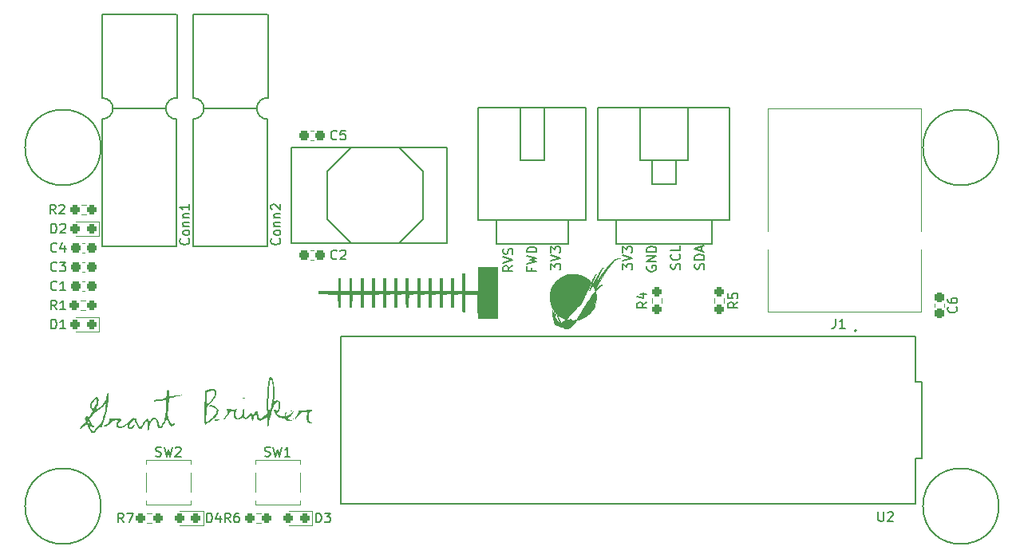
<source format=gto>
G04 #@! TF.GenerationSoftware,KiCad,Pcbnew,7.0.5*
G04 #@! TF.CreationDate,2024-03-22T23:59:22-05:00*
G04 #@! TF.ProjectId,RotatingSignalStack_board,526f7461-7469-46e6-9753-69676e616c53,rev?*
G04 #@! TF.SameCoordinates,Original*
G04 #@! TF.FileFunction,Legend,Top*
G04 #@! TF.FilePolarity,Positive*
%FSLAX46Y46*%
G04 Gerber Fmt 4.6, Leading zero omitted, Abs format (unit mm)*
G04 Created by KiCad (PCBNEW 7.0.5) date 2024-03-22 23:59:22*
%MOMM*%
%LPD*%
G01*
G04 APERTURE LIST*
G04 Aperture macros list*
%AMRoundRect*
0 Rectangle with rounded corners*
0 $1 Rounding radius*
0 $2 $3 $4 $5 $6 $7 $8 $9 X,Y pos of 4 corners*
0 Add a 4 corners polygon primitive as box body*
4,1,4,$2,$3,$4,$5,$6,$7,$8,$9,$2,$3,0*
0 Add four circle primitives for the rounded corners*
1,1,$1+$1,$2,$3*
1,1,$1+$1,$4,$5*
1,1,$1+$1,$6,$7*
1,1,$1+$1,$8,$9*
0 Add four rect primitives between the rounded corners*
20,1,$1+$1,$2,$3,$4,$5,0*
20,1,$1+$1,$4,$5,$6,$7,0*
20,1,$1+$1,$6,$7,$8,$9,0*
20,1,$1+$1,$8,$9,$2,$3,0*%
G04 Aperture macros list end*
%ADD10C,0.150000*%
%ADD11C,0.120000*%
%ADD12C,0.127000*%
%ADD13C,0.200000*%
%ADD14C,0.010000*%
%ADD15RoundRect,0.237500X-0.237500X0.300000X-0.237500X-0.300000X0.237500X-0.300000X0.237500X0.300000X0*%
%ADD16C,1.524000*%
%ADD17RoundRect,0.237500X0.250000X0.237500X-0.250000X0.237500X-0.250000X-0.237500X0.250000X-0.237500X0*%
%ADD18C,2.946400*%
%ADD19O,5.100000X3.000000*%
%ADD20C,1.308000*%
%ADD21C,1.208000*%
%ADD22RoundRect,0.237500X0.300000X0.237500X-0.300000X0.237500X-0.300000X-0.237500X0.300000X-0.237500X0*%
%ADD23RoundRect,0.237500X0.237500X-0.250000X0.237500X0.250000X-0.237500X0.250000X-0.237500X-0.250000X0*%
%ADD24RoundRect,0.237500X0.287500X0.237500X-0.287500X0.237500X-0.287500X-0.237500X0.287500X-0.237500X0*%
%ADD25RoundRect,0.237500X-0.300000X-0.237500X0.300000X-0.237500X0.300000X0.237500X-0.300000X0.237500X0*%
%ADD26RoundRect,0.237500X-0.250000X-0.237500X0.250000X-0.237500X0.250000X0.237500X-0.250000X0.237500X0*%
%ADD27R,1.600000X1.400000*%
%ADD28C,3.450000*%
%ADD29C,1.100000*%
%ADD30C,1.400000*%
%ADD31C,4.000000*%
%ADD32C,2.000000*%
G04 APERTURE END LIST*
D10*
X199543200Y-94198839D02*
X199590819Y-94055982D01*
X199590819Y-94055982D02*
X199590819Y-93817887D01*
X199590819Y-93817887D02*
X199543200Y-93722649D01*
X199543200Y-93722649D02*
X199495580Y-93675030D01*
X199495580Y-93675030D02*
X199400342Y-93627411D01*
X199400342Y-93627411D02*
X199305104Y-93627411D01*
X199305104Y-93627411D02*
X199209866Y-93675030D01*
X199209866Y-93675030D02*
X199162247Y-93722649D01*
X199162247Y-93722649D02*
X199114628Y-93817887D01*
X199114628Y-93817887D02*
X199067009Y-94008363D01*
X199067009Y-94008363D02*
X199019390Y-94103601D01*
X199019390Y-94103601D02*
X198971771Y-94151220D01*
X198971771Y-94151220D02*
X198876533Y-94198839D01*
X198876533Y-94198839D02*
X198781295Y-94198839D01*
X198781295Y-94198839D02*
X198686057Y-94151220D01*
X198686057Y-94151220D02*
X198638438Y-94103601D01*
X198638438Y-94103601D02*
X198590819Y-94008363D01*
X198590819Y-94008363D02*
X198590819Y-93770268D01*
X198590819Y-93770268D02*
X198638438Y-93627411D01*
X199590819Y-93198839D02*
X198590819Y-93198839D01*
X198590819Y-93198839D02*
X198590819Y-92960744D01*
X198590819Y-92960744D02*
X198638438Y-92817887D01*
X198638438Y-92817887D02*
X198733676Y-92722649D01*
X198733676Y-92722649D02*
X198828914Y-92675030D01*
X198828914Y-92675030D02*
X199019390Y-92627411D01*
X199019390Y-92627411D02*
X199162247Y-92627411D01*
X199162247Y-92627411D02*
X199352723Y-92675030D01*
X199352723Y-92675030D02*
X199447961Y-92722649D01*
X199447961Y-92722649D02*
X199543200Y-92817887D01*
X199543200Y-92817887D02*
X199590819Y-92960744D01*
X199590819Y-92960744D02*
X199590819Y-93198839D01*
X199305104Y-92246458D02*
X199305104Y-91770268D01*
X199590819Y-92341696D02*
X198590819Y-92008363D01*
X198590819Y-92008363D02*
X199590819Y-91675030D01*
X197003200Y-94198839D02*
X197050819Y-94055982D01*
X197050819Y-94055982D02*
X197050819Y-93817887D01*
X197050819Y-93817887D02*
X197003200Y-93722649D01*
X197003200Y-93722649D02*
X196955580Y-93675030D01*
X196955580Y-93675030D02*
X196860342Y-93627411D01*
X196860342Y-93627411D02*
X196765104Y-93627411D01*
X196765104Y-93627411D02*
X196669866Y-93675030D01*
X196669866Y-93675030D02*
X196622247Y-93722649D01*
X196622247Y-93722649D02*
X196574628Y-93817887D01*
X196574628Y-93817887D02*
X196527009Y-94008363D01*
X196527009Y-94008363D02*
X196479390Y-94103601D01*
X196479390Y-94103601D02*
X196431771Y-94151220D01*
X196431771Y-94151220D02*
X196336533Y-94198839D01*
X196336533Y-94198839D02*
X196241295Y-94198839D01*
X196241295Y-94198839D02*
X196146057Y-94151220D01*
X196146057Y-94151220D02*
X196098438Y-94103601D01*
X196098438Y-94103601D02*
X196050819Y-94008363D01*
X196050819Y-94008363D02*
X196050819Y-93770268D01*
X196050819Y-93770268D02*
X196098438Y-93627411D01*
X196955580Y-92627411D02*
X197003200Y-92675030D01*
X197003200Y-92675030D02*
X197050819Y-92817887D01*
X197050819Y-92817887D02*
X197050819Y-92913125D01*
X197050819Y-92913125D02*
X197003200Y-93055982D01*
X197003200Y-93055982D02*
X196907961Y-93151220D01*
X196907961Y-93151220D02*
X196812723Y-93198839D01*
X196812723Y-93198839D02*
X196622247Y-93246458D01*
X196622247Y-93246458D02*
X196479390Y-93246458D01*
X196479390Y-93246458D02*
X196288914Y-93198839D01*
X196288914Y-93198839D02*
X196193676Y-93151220D01*
X196193676Y-93151220D02*
X196098438Y-93055982D01*
X196098438Y-93055982D02*
X196050819Y-92913125D01*
X196050819Y-92913125D02*
X196050819Y-92817887D01*
X196050819Y-92817887D02*
X196098438Y-92675030D01*
X196098438Y-92675030D02*
X196146057Y-92627411D01*
X197050819Y-91722649D02*
X197050819Y-92198839D01*
X197050819Y-92198839D02*
X196050819Y-92198839D01*
X193558438Y-93881411D02*
X193510819Y-93976649D01*
X193510819Y-93976649D02*
X193510819Y-94119506D01*
X193510819Y-94119506D02*
X193558438Y-94262363D01*
X193558438Y-94262363D02*
X193653676Y-94357601D01*
X193653676Y-94357601D02*
X193748914Y-94405220D01*
X193748914Y-94405220D02*
X193939390Y-94452839D01*
X193939390Y-94452839D02*
X194082247Y-94452839D01*
X194082247Y-94452839D02*
X194272723Y-94405220D01*
X194272723Y-94405220D02*
X194367961Y-94357601D01*
X194367961Y-94357601D02*
X194463200Y-94262363D01*
X194463200Y-94262363D02*
X194510819Y-94119506D01*
X194510819Y-94119506D02*
X194510819Y-94024268D01*
X194510819Y-94024268D02*
X194463200Y-93881411D01*
X194463200Y-93881411D02*
X194415580Y-93833792D01*
X194415580Y-93833792D02*
X194082247Y-93833792D01*
X194082247Y-93833792D02*
X194082247Y-94024268D01*
X194510819Y-93405220D02*
X193510819Y-93405220D01*
X193510819Y-93405220D02*
X194510819Y-92833792D01*
X194510819Y-92833792D02*
X193510819Y-92833792D01*
X194510819Y-92357601D02*
X193510819Y-92357601D01*
X193510819Y-92357601D02*
X193510819Y-92119506D01*
X193510819Y-92119506D02*
X193558438Y-91976649D01*
X193558438Y-91976649D02*
X193653676Y-91881411D01*
X193653676Y-91881411D02*
X193748914Y-91833792D01*
X193748914Y-91833792D02*
X193939390Y-91786173D01*
X193939390Y-91786173D02*
X194082247Y-91786173D01*
X194082247Y-91786173D02*
X194272723Y-91833792D01*
X194272723Y-91833792D02*
X194367961Y-91881411D01*
X194367961Y-91881411D02*
X194463200Y-91976649D01*
X194463200Y-91976649D02*
X194510819Y-92119506D01*
X194510819Y-92119506D02*
X194510819Y-92357601D01*
X190970819Y-94246458D02*
X190970819Y-93627411D01*
X190970819Y-93627411D02*
X191351771Y-93960744D01*
X191351771Y-93960744D02*
X191351771Y-93817887D01*
X191351771Y-93817887D02*
X191399390Y-93722649D01*
X191399390Y-93722649D02*
X191447009Y-93675030D01*
X191447009Y-93675030D02*
X191542247Y-93627411D01*
X191542247Y-93627411D02*
X191780342Y-93627411D01*
X191780342Y-93627411D02*
X191875580Y-93675030D01*
X191875580Y-93675030D02*
X191923200Y-93722649D01*
X191923200Y-93722649D02*
X191970819Y-93817887D01*
X191970819Y-93817887D02*
X191970819Y-94103601D01*
X191970819Y-94103601D02*
X191923200Y-94198839D01*
X191923200Y-94198839D02*
X191875580Y-94246458D01*
X190970819Y-93341696D02*
X191970819Y-93008363D01*
X191970819Y-93008363D02*
X190970819Y-92675030D01*
X190970819Y-92436934D02*
X190970819Y-91817887D01*
X190970819Y-91817887D02*
X191351771Y-92151220D01*
X191351771Y-92151220D02*
X191351771Y-92008363D01*
X191351771Y-92008363D02*
X191399390Y-91913125D01*
X191399390Y-91913125D02*
X191447009Y-91865506D01*
X191447009Y-91865506D02*
X191542247Y-91817887D01*
X191542247Y-91817887D02*
X191780342Y-91817887D01*
X191780342Y-91817887D02*
X191875580Y-91865506D01*
X191875580Y-91865506D02*
X191923200Y-91913125D01*
X191923200Y-91913125D02*
X191970819Y-92008363D01*
X191970819Y-92008363D02*
X191970819Y-92294077D01*
X191970819Y-92294077D02*
X191923200Y-92389315D01*
X191923200Y-92389315D02*
X191875580Y-92436934D01*
X183350819Y-94246458D02*
X183350819Y-93627411D01*
X183350819Y-93627411D02*
X183731771Y-93960744D01*
X183731771Y-93960744D02*
X183731771Y-93817887D01*
X183731771Y-93817887D02*
X183779390Y-93722649D01*
X183779390Y-93722649D02*
X183827009Y-93675030D01*
X183827009Y-93675030D02*
X183922247Y-93627411D01*
X183922247Y-93627411D02*
X184160342Y-93627411D01*
X184160342Y-93627411D02*
X184255580Y-93675030D01*
X184255580Y-93675030D02*
X184303200Y-93722649D01*
X184303200Y-93722649D02*
X184350819Y-93817887D01*
X184350819Y-93817887D02*
X184350819Y-94103601D01*
X184350819Y-94103601D02*
X184303200Y-94198839D01*
X184303200Y-94198839D02*
X184255580Y-94246458D01*
X183350819Y-93341696D02*
X184350819Y-93008363D01*
X184350819Y-93008363D02*
X183350819Y-92675030D01*
X183350819Y-92436934D02*
X183350819Y-91817887D01*
X183350819Y-91817887D02*
X183731771Y-92151220D01*
X183731771Y-92151220D02*
X183731771Y-92008363D01*
X183731771Y-92008363D02*
X183779390Y-91913125D01*
X183779390Y-91913125D02*
X183827009Y-91865506D01*
X183827009Y-91865506D02*
X183922247Y-91817887D01*
X183922247Y-91817887D02*
X184160342Y-91817887D01*
X184160342Y-91817887D02*
X184255580Y-91865506D01*
X184255580Y-91865506D02*
X184303200Y-91913125D01*
X184303200Y-91913125D02*
X184350819Y-92008363D01*
X184350819Y-92008363D02*
X184350819Y-92294077D01*
X184350819Y-92294077D02*
X184303200Y-92389315D01*
X184303200Y-92389315D02*
X184255580Y-92436934D01*
X181287009Y-94071887D02*
X181287009Y-94405220D01*
X181810819Y-94405220D02*
X180810819Y-94405220D01*
X180810819Y-94405220D02*
X180810819Y-93929030D01*
X180810819Y-93643315D02*
X181810819Y-93405220D01*
X181810819Y-93405220D02*
X181096533Y-93214744D01*
X181096533Y-93214744D02*
X181810819Y-93024268D01*
X181810819Y-93024268D02*
X180810819Y-92786173D01*
X181810819Y-92405220D02*
X180810819Y-92405220D01*
X180810819Y-92405220D02*
X180810819Y-92167125D01*
X180810819Y-92167125D02*
X180858438Y-92024268D01*
X180858438Y-92024268D02*
X180953676Y-91929030D01*
X180953676Y-91929030D02*
X181048914Y-91881411D01*
X181048914Y-91881411D02*
X181239390Y-91833792D01*
X181239390Y-91833792D02*
X181382247Y-91833792D01*
X181382247Y-91833792D02*
X181572723Y-91881411D01*
X181572723Y-91881411D02*
X181667961Y-91929030D01*
X181667961Y-91929030D02*
X181763200Y-92024268D01*
X181763200Y-92024268D02*
X181810819Y-92167125D01*
X181810819Y-92167125D02*
X181810819Y-92405220D01*
X179270819Y-93833792D02*
X178794628Y-94167125D01*
X179270819Y-94405220D02*
X178270819Y-94405220D01*
X178270819Y-94405220D02*
X178270819Y-94024268D01*
X178270819Y-94024268D02*
X178318438Y-93929030D01*
X178318438Y-93929030D02*
X178366057Y-93881411D01*
X178366057Y-93881411D02*
X178461295Y-93833792D01*
X178461295Y-93833792D02*
X178604152Y-93833792D01*
X178604152Y-93833792D02*
X178699390Y-93881411D01*
X178699390Y-93881411D02*
X178747009Y-93929030D01*
X178747009Y-93929030D02*
X178794628Y-94024268D01*
X178794628Y-94024268D02*
X178794628Y-94405220D01*
X178270819Y-93548077D02*
X179270819Y-93214744D01*
X179270819Y-93214744D02*
X178270819Y-92881411D01*
X179223200Y-92595696D02*
X179270819Y-92452839D01*
X179270819Y-92452839D02*
X179270819Y-92214744D01*
X179270819Y-92214744D02*
X179223200Y-92119506D01*
X179223200Y-92119506D02*
X179175580Y-92071887D01*
X179175580Y-92071887D02*
X179080342Y-92024268D01*
X179080342Y-92024268D02*
X178985104Y-92024268D01*
X178985104Y-92024268D02*
X178889866Y-92071887D01*
X178889866Y-92071887D02*
X178842247Y-92119506D01*
X178842247Y-92119506D02*
X178794628Y-92214744D01*
X178794628Y-92214744D02*
X178747009Y-92405220D01*
X178747009Y-92405220D02*
X178699390Y-92500458D01*
X178699390Y-92500458D02*
X178651771Y-92548077D01*
X178651771Y-92548077D02*
X178556533Y-92595696D01*
X178556533Y-92595696D02*
X178461295Y-92595696D01*
X178461295Y-92595696D02*
X178366057Y-92548077D01*
X178366057Y-92548077D02*
X178318438Y-92500458D01*
X178318438Y-92500458D02*
X178270819Y-92405220D01*
X178270819Y-92405220D02*
X178270819Y-92167125D01*
X178270819Y-92167125D02*
X178318438Y-92024268D01*
X226325580Y-98210666D02*
X226373200Y-98258285D01*
X226373200Y-98258285D02*
X226420819Y-98401142D01*
X226420819Y-98401142D02*
X226420819Y-98496380D01*
X226420819Y-98496380D02*
X226373200Y-98639237D01*
X226373200Y-98639237D02*
X226277961Y-98734475D01*
X226277961Y-98734475D02*
X226182723Y-98782094D01*
X226182723Y-98782094D02*
X225992247Y-98829713D01*
X225992247Y-98829713D02*
X225849390Y-98829713D01*
X225849390Y-98829713D02*
X225658914Y-98782094D01*
X225658914Y-98782094D02*
X225563676Y-98734475D01*
X225563676Y-98734475D02*
X225468438Y-98639237D01*
X225468438Y-98639237D02*
X225420819Y-98496380D01*
X225420819Y-98496380D02*
X225420819Y-98401142D01*
X225420819Y-98401142D02*
X225468438Y-98258285D01*
X225468438Y-98258285D02*
X225516057Y-98210666D01*
X225420819Y-97353523D02*
X225420819Y-97543999D01*
X225420819Y-97543999D02*
X225468438Y-97639237D01*
X225468438Y-97639237D02*
X225516057Y-97686856D01*
X225516057Y-97686856D02*
X225658914Y-97782094D01*
X225658914Y-97782094D02*
X225849390Y-97829713D01*
X225849390Y-97829713D02*
X226230342Y-97829713D01*
X226230342Y-97829713D02*
X226325580Y-97782094D01*
X226325580Y-97782094D02*
X226373200Y-97734475D01*
X226373200Y-97734475D02*
X226420819Y-97639237D01*
X226420819Y-97639237D02*
X226420819Y-97448761D01*
X226420819Y-97448761D02*
X226373200Y-97353523D01*
X226373200Y-97353523D02*
X226325580Y-97305904D01*
X226325580Y-97305904D02*
X226230342Y-97258285D01*
X226230342Y-97258285D02*
X225992247Y-97258285D01*
X225992247Y-97258285D02*
X225897009Y-97305904D01*
X225897009Y-97305904D02*
X225849390Y-97353523D01*
X225849390Y-97353523D02*
X225801771Y-97448761D01*
X225801771Y-97448761D02*
X225801771Y-97639237D01*
X225801771Y-97639237D02*
X225849390Y-97734475D01*
X225849390Y-97734475D02*
X225897009Y-97782094D01*
X225897009Y-97782094D02*
X225992247Y-97829713D01*
X130793833Y-88338819D02*
X130460500Y-87862628D01*
X130222405Y-88338819D02*
X130222405Y-87338819D01*
X130222405Y-87338819D02*
X130603357Y-87338819D01*
X130603357Y-87338819D02*
X130698595Y-87386438D01*
X130698595Y-87386438D02*
X130746214Y-87434057D01*
X130746214Y-87434057D02*
X130793833Y-87529295D01*
X130793833Y-87529295D02*
X130793833Y-87672152D01*
X130793833Y-87672152D02*
X130746214Y-87767390D01*
X130746214Y-87767390D02*
X130698595Y-87815009D01*
X130698595Y-87815009D02*
X130603357Y-87862628D01*
X130603357Y-87862628D02*
X130222405Y-87862628D01*
X131174786Y-87434057D02*
X131222405Y-87386438D01*
X131222405Y-87386438D02*
X131317643Y-87338819D01*
X131317643Y-87338819D02*
X131555738Y-87338819D01*
X131555738Y-87338819D02*
X131650976Y-87386438D01*
X131650976Y-87386438D02*
X131698595Y-87434057D01*
X131698595Y-87434057D02*
X131746214Y-87529295D01*
X131746214Y-87529295D02*
X131746214Y-87624533D01*
X131746214Y-87624533D02*
X131698595Y-87767390D01*
X131698595Y-87767390D02*
X131127167Y-88338819D01*
X131127167Y-88338819D02*
X131746214Y-88338819D01*
X144885580Y-90973309D02*
X144933200Y-91020928D01*
X144933200Y-91020928D02*
X144980819Y-91163785D01*
X144980819Y-91163785D02*
X144980819Y-91259023D01*
X144980819Y-91259023D02*
X144933200Y-91401880D01*
X144933200Y-91401880D02*
X144837961Y-91497118D01*
X144837961Y-91497118D02*
X144742723Y-91544737D01*
X144742723Y-91544737D02*
X144552247Y-91592356D01*
X144552247Y-91592356D02*
X144409390Y-91592356D01*
X144409390Y-91592356D02*
X144218914Y-91544737D01*
X144218914Y-91544737D02*
X144123676Y-91497118D01*
X144123676Y-91497118D02*
X144028438Y-91401880D01*
X144028438Y-91401880D02*
X143980819Y-91259023D01*
X143980819Y-91259023D02*
X143980819Y-91163785D01*
X143980819Y-91163785D02*
X144028438Y-91020928D01*
X144028438Y-91020928D02*
X144076057Y-90973309D01*
X144980819Y-90401880D02*
X144933200Y-90497118D01*
X144933200Y-90497118D02*
X144885580Y-90544737D01*
X144885580Y-90544737D02*
X144790342Y-90592356D01*
X144790342Y-90592356D02*
X144504628Y-90592356D01*
X144504628Y-90592356D02*
X144409390Y-90544737D01*
X144409390Y-90544737D02*
X144361771Y-90497118D01*
X144361771Y-90497118D02*
X144314152Y-90401880D01*
X144314152Y-90401880D02*
X144314152Y-90259023D01*
X144314152Y-90259023D02*
X144361771Y-90163785D01*
X144361771Y-90163785D02*
X144409390Y-90116166D01*
X144409390Y-90116166D02*
X144504628Y-90068547D01*
X144504628Y-90068547D02*
X144790342Y-90068547D01*
X144790342Y-90068547D02*
X144885580Y-90116166D01*
X144885580Y-90116166D02*
X144933200Y-90163785D01*
X144933200Y-90163785D02*
X144980819Y-90259023D01*
X144980819Y-90259023D02*
X144980819Y-90401880D01*
X144314152Y-89639975D02*
X144980819Y-89639975D01*
X144409390Y-89639975D02*
X144361771Y-89592356D01*
X144361771Y-89592356D02*
X144314152Y-89497118D01*
X144314152Y-89497118D02*
X144314152Y-89354261D01*
X144314152Y-89354261D02*
X144361771Y-89259023D01*
X144361771Y-89259023D02*
X144457009Y-89211404D01*
X144457009Y-89211404D02*
X144980819Y-89211404D01*
X144314152Y-88735213D02*
X144980819Y-88735213D01*
X144409390Y-88735213D02*
X144361771Y-88687594D01*
X144361771Y-88687594D02*
X144314152Y-88592356D01*
X144314152Y-88592356D02*
X144314152Y-88449499D01*
X144314152Y-88449499D02*
X144361771Y-88354261D01*
X144361771Y-88354261D02*
X144457009Y-88306642D01*
X144457009Y-88306642D02*
X144980819Y-88306642D01*
X144980819Y-87306642D02*
X144980819Y-87878070D01*
X144980819Y-87592356D02*
X143980819Y-87592356D01*
X143980819Y-87592356D02*
X144123676Y-87687594D01*
X144123676Y-87687594D02*
X144218914Y-87782832D01*
X144218914Y-87782832D02*
X144266533Y-87878070D01*
X218059095Y-119985819D02*
X218059095Y-120795342D01*
X218059095Y-120795342D02*
X218106714Y-120890580D01*
X218106714Y-120890580D02*
X218154333Y-120938200D01*
X218154333Y-120938200D02*
X218249571Y-120985819D01*
X218249571Y-120985819D02*
X218440047Y-120985819D01*
X218440047Y-120985819D02*
X218535285Y-120938200D01*
X218535285Y-120938200D02*
X218582904Y-120890580D01*
X218582904Y-120890580D02*
X218630523Y-120795342D01*
X218630523Y-120795342D02*
X218630523Y-119985819D01*
X219059095Y-120081057D02*
X219106714Y-120033438D01*
X219106714Y-120033438D02*
X219201952Y-119985819D01*
X219201952Y-119985819D02*
X219440047Y-119985819D01*
X219440047Y-119985819D02*
X219535285Y-120033438D01*
X219535285Y-120033438D02*
X219582904Y-120081057D01*
X219582904Y-120081057D02*
X219630523Y-120176295D01*
X219630523Y-120176295D02*
X219630523Y-120271533D01*
X219630523Y-120271533D02*
X219582904Y-120414390D01*
X219582904Y-120414390D02*
X219011476Y-120985819D01*
X219011476Y-120985819D02*
X219630523Y-120985819D01*
X130897333Y-92307580D02*
X130849714Y-92355200D01*
X130849714Y-92355200D02*
X130706857Y-92402819D01*
X130706857Y-92402819D02*
X130611619Y-92402819D01*
X130611619Y-92402819D02*
X130468762Y-92355200D01*
X130468762Y-92355200D02*
X130373524Y-92259961D01*
X130373524Y-92259961D02*
X130325905Y-92164723D01*
X130325905Y-92164723D02*
X130278286Y-91974247D01*
X130278286Y-91974247D02*
X130278286Y-91831390D01*
X130278286Y-91831390D02*
X130325905Y-91640914D01*
X130325905Y-91640914D02*
X130373524Y-91545676D01*
X130373524Y-91545676D02*
X130468762Y-91450438D01*
X130468762Y-91450438D02*
X130611619Y-91402819D01*
X130611619Y-91402819D02*
X130706857Y-91402819D01*
X130706857Y-91402819D02*
X130849714Y-91450438D01*
X130849714Y-91450438D02*
X130897333Y-91498057D01*
X131754476Y-91736152D02*
X131754476Y-92402819D01*
X131516381Y-91355200D02*
X131278286Y-92069485D01*
X131278286Y-92069485D02*
X131897333Y-92069485D01*
X203146819Y-97702666D02*
X202670628Y-98035999D01*
X203146819Y-98274094D02*
X202146819Y-98274094D01*
X202146819Y-98274094D02*
X202146819Y-97893142D01*
X202146819Y-97893142D02*
X202194438Y-97797904D01*
X202194438Y-97797904D02*
X202242057Y-97750285D01*
X202242057Y-97750285D02*
X202337295Y-97702666D01*
X202337295Y-97702666D02*
X202480152Y-97702666D01*
X202480152Y-97702666D02*
X202575390Y-97750285D01*
X202575390Y-97750285D02*
X202623009Y-97797904D01*
X202623009Y-97797904D02*
X202670628Y-97893142D01*
X202670628Y-97893142D02*
X202670628Y-98274094D01*
X202146819Y-96797904D02*
X202146819Y-97274094D01*
X202146819Y-97274094D02*
X202623009Y-97321713D01*
X202623009Y-97321713D02*
X202575390Y-97274094D01*
X202575390Y-97274094D02*
X202527771Y-97178856D01*
X202527771Y-97178856D02*
X202527771Y-96940761D01*
X202527771Y-96940761D02*
X202575390Y-96845523D01*
X202575390Y-96845523D02*
X202623009Y-96797904D01*
X202623009Y-96797904D02*
X202718247Y-96750285D01*
X202718247Y-96750285D02*
X202956342Y-96750285D01*
X202956342Y-96750285D02*
X203051580Y-96797904D01*
X203051580Y-96797904D02*
X203099200Y-96845523D01*
X203099200Y-96845523D02*
X203146819Y-96940761D01*
X203146819Y-96940761D02*
X203146819Y-97178856D01*
X203146819Y-97178856D02*
X203099200Y-97274094D01*
X203099200Y-97274094D02*
X203051580Y-97321713D01*
X158406905Y-121104819D02*
X158406905Y-120104819D01*
X158406905Y-120104819D02*
X158645000Y-120104819D01*
X158645000Y-120104819D02*
X158787857Y-120152438D01*
X158787857Y-120152438D02*
X158883095Y-120247676D01*
X158883095Y-120247676D02*
X158930714Y-120342914D01*
X158930714Y-120342914D02*
X158978333Y-120533390D01*
X158978333Y-120533390D02*
X158978333Y-120676247D01*
X158978333Y-120676247D02*
X158930714Y-120866723D01*
X158930714Y-120866723D02*
X158883095Y-120961961D01*
X158883095Y-120961961D02*
X158787857Y-121057200D01*
X158787857Y-121057200D02*
X158645000Y-121104819D01*
X158645000Y-121104819D02*
X158406905Y-121104819D01*
X159311667Y-120104819D02*
X159930714Y-120104819D01*
X159930714Y-120104819D02*
X159597381Y-120485771D01*
X159597381Y-120485771D02*
X159740238Y-120485771D01*
X159740238Y-120485771D02*
X159835476Y-120533390D01*
X159835476Y-120533390D02*
X159883095Y-120581009D01*
X159883095Y-120581009D02*
X159930714Y-120676247D01*
X159930714Y-120676247D02*
X159930714Y-120914342D01*
X159930714Y-120914342D02*
X159883095Y-121009580D01*
X159883095Y-121009580D02*
X159835476Y-121057200D01*
X159835476Y-121057200D02*
X159740238Y-121104819D01*
X159740238Y-121104819D02*
X159454524Y-121104819D01*
X159454524Y-121104819D02*
X159359286Y-121057200D01*
X159359286Y-121057200D02*
X159311667Y-121009580D01*
X193494819Y-97702666D02*
X193018628Y-98035999D01*
X193494819Y-98274094D02*
X192494819Y-98274094D01*
X192494819Y-98274094D02*
X192494819Y-97893142D01*
X192494819Y-97893142D02*
X192542438Y-97797904D01*
X192542438Y-97797904D02*
X192590057Y-97750285D01*
X192590057Y-97750285D02*
X192685295Y-97702666D01*
X192685295Y-97702666D02*
X192828152Y-97702666D01*
X192828152Y-97702666D02*
X192923390Y-97750285D01*
X192923390Y-97750285D02*
X192971009Y-97797904D01*
X192971009Y-97797904D02*
X193018628Y-97893142D01*
X193018628Y-97893142D02*
X193018628Y-98274094D01*
X192828152Y-96845523D02*
X193494819Y-96845523D01*
X192447200Y-97083618D02*
X193161485Y-97321713D01*
X193161485Y-97321713D02*
X193161485Y-96702666D01*
X130325905Y-100530819D02*
X130325905Y-99530819D01*
X130325905Y-99530819D02*
X130564000Y-99530819D01*
X130564000Y-99530819D02*
X130706857Y-99578438D01*
X130706857Y-99578438D02*
X130802095Y-99673676D01*
X130802095Y-99673676D02*
X130849714Y-99768914D01*
X130849714Y-99768914D02*
X130897333Y-99959390D01*
X130897333Y-99959390D02*
X130897333Y-100102247D01*
X130897333Y-100102247D02*
X130849714Y-100292723D01*
X130849714Y-100292723D02*
X130802095Y-100387961D01*
X130802095Y-100387961D02*
X130706857Y-100483200D01*
X130706857Y-100483200D02*
X130564000Y-100530819D01*
X130564000Y-100530819D02*
X130325905Y-100530819D01*
X131849714Y-100530819D02*
X131278286Y-100530819D01*
X131564000Y-100530819D02*
X131564000Y-99530819D01*
X131564000Y-99530819D02*
X131468762Y-99673676D01*
X131468762Y-99673676D02*
X131373524Y-99768914D01*
X131373524Y-99768914D02*
X131278286Y-99816533D01*
X154537580Y-90973309D02*
X154585200Y-91020928D01*
X154585200Y-91020928D02*
X154632819Y-91163785D01*
X154632819Y-91163785D02*
X154632819Y-91259023D01*
X154632819Y-91259023D02*
X154585200Y-91401880D01*
X154585200Y-91401880D02*
X154489961Y-91497118D01*
X154489961Y-91497118D02*
X154394723Y-91544737D01*
X154394723Y-91544737D02*
X154204247Y-91592356D01*
X154204247Y-91592356D02*
X154061390Y-91592356D01*
X154061390Y-91592356D02*
X153870914Y-91544737D01*
X153870914Y-91544737D02*
X153775676Y-91497118D01*
X153775676Y-91497118D02*
X153680438Y-91401880D01*
X153680438Y-91401880D02*
X153632819Y-91259023D01*
X153632819Y-91259023D02*
X153632819Y-91163785D01*
X153632819Y-91163785D02*
X153680438Y-91020928D01*
X153680438Y-91020928D02*
X153728057Y-90973309D01*
X154632819Y-90401880D02*
X154585200Y-90497118D01*
X154585200Y-90497118D02*
X154537580Y-90544737D01*
X154537580Y-90544737D02*
X154442342Y-90592356D01*
X154442342Y-90592356D02*
X154156628Y-90592356D01*
X154156628Y-90592356D02*
X154061390Y-90544737D01*
X154061390Y-90544737D02*
X154013771Y-90497118D01*
X154013771Y-90497118D02*
X153966152Y-90401880D01*
X153966152Y-90401880D02*
X153966152Y-90259023D01*
X153966152Y-90259023D02*
X154013771Y-90163785D01*
X154013771Y-90163785D02*
X154061390Y-90116166D01*
X154061390Y-90116166D02*
X154156628Y-90068547D01*
X154156628Y-90068547D02*
X154442342Y-90068547D01*
X154442342Y-90068547D02*
X154537580Y-90116166D01*
X154537580Y-90116166D02*
X154585200Y-90163785D01*
X154585200Y-90163785D02*
X154632819Y-90259023D01*
X154632819Y-90259023D02*
X154632819Y-90401880D01*
X153966152Y-89639975D02*
X154632819Y-89639975D01*
X154061390Y-89639975D02*
X154013771Y-89592356D01*
X154013771Y-89592356D02*
X153966152Y-89497118D01*
X153966152Y-89497118D02*
X153966152Y-89354261D01*
X153966152Y-89354261D02*
X154013771Y-89259023D01*
X154013771Y-89259023D02*
X154109009Y-89211404D01*
X154109009Y-89211404D02*
X154632819Y-89211404D01*
X153966152Y-88735213D02*
X154632819Y-88735213D01*
X154061390Y-88735213D02*
X154013771Y-88687594D01*
X154013771Y-88687594D02*
X153966152Y-88592356D01*
X153966152Y-88592356D02*
X153966152Y-88449499D01*
X153966152Y-88449499D02*
X154013771Y-88354261D01*
X154013771Y-88354261D02*
X154109009Y-88306642D01*
X154109009Y-88306642D02*
X154632819Y-88306642D01*
X153728057Y-87878070D02*
X153680438Y-87830451D01*
X153680438Y-87830451D02*
X153632819Y-87735213D01*
X153632819Y-87735213D02*
X153632819Y-87497118D01*
X153632819Y-87497118D02*
X153680438Y-87401880D01*
X153680438Y-87401880D02*
X153728057Y-87354261D01*
X153728057Y-87354261D02*
X153823295Y-87306642D01*
X153823295Y-87306642D02*
X153918533Y-87306642D01*
X153918533Y-87306642D02*
X154061390Y-87354261D01*
X154061390Y-87354261D02*
X154632819Y-87925689D01*
X154632819Y-87925689D02*
X154632819Y-87306642D01*
X130897333Y-94339580D02*
X130849714Y-94387200D01*
X130849714Y-94387200D02*
X130706857Y-94434819D01*
X130706857Y-94434819D02*
X130611619Y-94434819D01*
X130611619Y-94434819D02*
X130468762Y-94387200D01*
X130468762Y-94387200D02*
X130373524Y-94291961D01*
X130373524Y-94291961D02*
X130325905Y-94196723D01*
X130325905Y-94196723D02*
X130278286Y-94006247D01*
X130278286Y-94006247D02*
X130278286Y-93863390D01*
X130278286Y-93863390D02*
X130325905Y-93672914D01*
X130325905Y-93672914D02*
X130373524Y-93577676D01*
X130373524Y-93577676D02*
X130468762Y-93482438D01*
X130468762Y-93482438D02*
X130611619Y-93434819D01*
X130611619Y-93434819D02*
X130706857Y-93434819D01*
X130706857Y-93434819D02*
X130849714Y-93482438D01*
X130849714Y-93482438D02*
X130897333Y-93530057D01*
X131230667Y-93434819D02*
X131849714Y-93434819D01*
X131849714Y-93434819D02*
X131516381Y-93815771D01*
X131516381Y-93815771D02*
X131659238Y-93815771D01*
X131659238Y-93815771D02*
X131754476Y-93863390D01*
X131754476Y-93863390D02*
X131802095Y-93911009D01*
X131802095Y-93911009D02*
X131849714Y-94006247D01*
X131849714Y-94006247D02*
X131849714Y-94244342D01*
X131849714Y-94244342D02*
X131802095Y-94339580D01*
X131802095Y-94339580D02*
X131754476Y-94387200D01*
X131754476Y-94387200D02*
X131659238Y-94434819D01*
X131659238Y-94434819D02*
X131373524Y-94434819D01*
X131373524Y-94434819D02*
X131278286Y-94387200D01*
X131278286Y-94387200D02*
X131230667Y-94339580D01*
X130325905Y-90370819D02*
X130325905Y-89370819D01*
X130325905Y-89370819D02*
X130564000Y-89370819D01*
X130564000Y-89370819D02*
X130706857Y-89418438D01*
X130706857Y-89418438D02*
X130802095Y-89513676D01*
X130802095Y-89513676D02*
X130849714Y-89608914D01*
X130849714Y-89608914D02*
X130897333Y-89799390D01*
X130897333Y-89799390D02*
X130897333Y-89942247D01*
X130897333Y-89942247D02*
X130849714Y-90132723D01*
X130849714Y-90132723D02*
X130802095Y-90227961D01*
X130802095Y-90227961D02*
X130706857Y-90323200D01*
X130706857Y-90323200D02*
X130564000Y-90370819D01*
X130564000Y-90370819D02*
X130325905Y-90370819D01*
X131278286Y-89466057D02*
X131325905Y-89418438D01*
X131325905Y-89418438D02*
X131421143Y-89370819D01*
X131421143Y-89370819D02*
X131659238Y-89370819D01*
X131659238Y-89370819D02*
X131754476Y-89418438D01*
X131754476Y-89418438D02*
X131802095Y-89466057D01*
X131802095Y-89466057D02*
X131849714Y-89561295D01*
X131849714Y-89561295D02*
X131849714Y-89656533D01*
X131849714Y-89656533D02*
X131802095Y-89799390D01*
X131802095Y-89799390D02*
X131230667Y-90370819D01*
X131230667Y-90370819D02*
X131849714Y-90370819D01*
X160615333Y-80369580D02*
X160567714Y-80417200D01*
X160567714Y-80417200D02*
X160424857Y-80464819D01*
X160424857Y-80464819D02*
X160329619Y-80464819D01*
X160329619Y-80464819D02*
X160186762Y-80417200D01*
X160186762Y-80417200D02*
X160091524Y-80321961D01*
X160091524Y-80321961D02*
X160043905Y-80226723D01*
X160043905Y-80226723D02*
X159996286Y-80036247D01*
X159996286Y-80036247D02*
X159996286Y-79893390D01*
X159996286Y-79893390D02*
X160043905Y-79702914D01*
X160043905Y-79702914D02*
X160091524Y-79607676D01*
X160091524Y-79607676D02*
X160186762Y-79512438D01*
X160186762Y-79512438D02*
X160329619Y-79464819D01*
X160329619Y-79464819D02*
X160424857Y-79464819D01*
X160424857Y-79464819D02*
X160567714Y-79512438D01*
X160567714Y-79512438D02*
X160615333Y-79560057D01*
X161520095Y-79464819D02*
X161043905Y-79464819D01*
X161043905Y-79464819D02*
X160996286Y-79941009D01*
X160996286Y-79941009D02*
X161043905Y-79893390D01*
X161043905Y-79893390D02*
X161139143Y-79845771D01*
X161139143Y-79845771D02*
X161377238Y-79845771D01*
X161377238Y-79845771D02*
X161472476Y-79893390D01*
X161472476Y-79893390D02*
X161520095Y-79941009D01*
X161520095Y-79941009D02*
X161567714Y-80036247D01*
X161567714Y-80036247D02*
X161567714Y-80274342D01*
X161567714Y-80274342D02*
X161520095Y-80369580D01*
X161520095Y-80369580D02*
X161472476Y-80417200D01*
X161472476Y-80417200D02*
X161377238Y-80464819D01*
X161377238Y-80464819D02*
X161139143Y-80464819D01*
X161139143Y-80464819D02*
X161043905Y-80417200D01*
X161043905Y-80417200D02*
X160996286Y-80369580D01*
X138009333Y-121104819D02*
X137676000Y-120628628D01*
X137437905Y-121104819D02*
X137437905Y-120104819D01*
X137437905Y-120104819D02*
X137818857Y-120104819D01*
X137818857Y-120104819D02*
X137914095Y-120152438D01*
X137914095Y-120152438D02*
X137961714Y-120200057D01*
X137961714Y-120200057D02*
X138009333Y-120295295D01*
X138009333Y-120295295D02*
X138009333Y-120438152D01*
X138009333Y-120438152D02*
X137961714Y-120533390D01*
X137961714Y-120533390D02*
X137914095Y-120581009D01*
X137914095Y-120581009D02*
X137818857Y-120628628D01*
X137818857Y-120628628D02*
X137437905Y-120628628D01*
X138342667Y-120104819D02*
X139009333Y-120104819D01*
X139009333Y-120104819D02*
X138580762Y-121104819D01*
X130897333Y-96371580D02*
X130849714Y-96419200D01*
X130849714Y-96419200D02*
X130706857Y-96466819D01*
X130706857Y-96466819D02*
X130611619Y-96466819D01*
X130611619Y-96466819D02*
X130468762Y-96419200D01*
X130468762Y-96419200D02*
X130373524Y-96323961D01*
X130373524Y-96323961D02*
X130325905Y-96228723D01*
X130325905Y-96228723D02*
X130278286Y-96038247D01*
X130278286Y-96038247D02*
X130278286Y-95895390D01*
X130278286Y-95895390D02*
X130325905Y-95704914D01*
X130325905Y-95704914D02*
X130373524Y-95609676D01*
X130373524Y-95609676D02*
X130468762Y-95514438D01*
X130468762Y-95514438D02*
X130611619Y-95466819D01*
X130611619Y-95466819D02*
X130706857Y-95466819D01*
X130706857Y-95466819D02*
X130849714Y-95514438D01*
X130849714Y-95514438D02*
X130897333Y-95562057D01*
X131849714Y-96466819D02*
X131278286Y-96466819D01*
X131564000Y-96466819D02*
X131564000Y-95466819D01*
X131564000Y-95466819D02*
X131468762Y-95609676D01*
X131468762Y-95609676D02*
X131373524Y-95704914D01*
X131373524Y-95704914D02*
X131278286Y-95752533D01*
X141414667Y-114047200D02*
X141557524Y-114094819D01*
X141557524Y-114094819D02*
X141795619Y-114094819D01*
X141795619Y-114094819D02*
X141890857Y-114047200D01*
X141890857Y-114047200D02*
X141938476Y-113999580D01*
X141938476Y-113999580D02*
X141986095Y-113904342D01*
X141986095Y-113904342D02*
X141986095Y-113809104D01*
X141986095Y-113809104D02*
X141938476Y-113713866D01*
X141938476Y-113713866D02*
X141890857Y-113666247D01*
X141890857Y-113666247D02*
X141795619Y-113618628D01*
X141795619Y-113618628D02*
X141605143Y-113571009D01*
X141605143Y-113571009D02*
X141509905Y-113523390D01*
X141509905Y-113523390D02*
X141462286Y-113475771D01*
X141462286Y-113475771D02*
X141414667Y-113380533D01*
X141414667Y-113380533D02*
X141414667Y-113285295D01*
X141414667Y-113285295D02*
X141462286Y-113190057D01*
X141462286Y-113190057D02*
X141509905Y-113142438D01*
X141509905Y-113142438D02*
X141605143Y-113094819D01*
X141605143Y-113094819D02*
X141843238Y-113094819D01*
X141843238Y-113094819D02*
X141986095Y-113142438D01*
X142319429Y-113094819D02*
X142557524Y-114094819D01*
X142557524Y-114094819D02*
X142748000Y-113380533D01*
X142748000Y-113380533D02*
X142938476Y-114094819D01*
X142938476Y-114094819D02*
X143176572Y-113094819D01*
X143509905Y-113190057D02*
X143557524Y-113142438D01*
X143557524Y-113142438D02*
X143652762Y-113094819D01*
X143652762Y-113094819D02*
X143890857Y-113094819D01*
X143890857Y-113094819D02*
X143986095Y-113142438D01*
X143986095Y-113142438D02*
X144033714Y-113190057D01*
X144033714Y-113190057D02*
X144081333Y-113285295D01*
X144081333Y-113285295D02*
X144081333Y-113380533D01*
X144081333Y-113380533D02*
X144033714Y-113523390D01*
X144033714Y-113523390D02*
X143462286Y-114094819D01*
X143462286Y-114094819D02*
X144081333Y-114094819D01*
X130897333Y-98498819D02*
X130564000Y-98022628D01*
X130325905Y-98498819D02*
X130325905Y-97498819D01*
X130325905Y-97498819D02*
X130706857Y-97498819D01*
X130706857Y-97498819D02*
X130802095Y-97546438D01*
X130802095Y-97546438D02*
X130849714Y-97594057D01*
X130849714Y-97594057D02*
X130897333Y-97689295D01*
X130897333Y-97689295D02*
X130897333Y-97832152D01*
X130897333Y-97832152D02*
X130849714Y-97927390D01*
X130849714Y-97927390D02*
X130802095Y-97975009D01*
X130802095Y-97975009D02*
X130706857Y-98022628D01*
X130706857Y-98022628D02*
X130325905Y-98022628D01*
X131849714Y-98498819D02*
X131278286Y-98498819D01*
X131564000Y-98498819D02*
X131564000Y-97498819D01*
X131564000Y-97498819D02*
X131468762Y-97641676D01*
X131468762Y-97641676D02*
X131373524Y-97736914D01*
X131373524Y-97736914D02*
X131278286Y-97784533D01*
X146835905Y-121104819D02*
X146835905Y-120104819D01*
X146835905Y-120104819D02*
X147074000Y-120104819D01*
X147074000Y-120104819D02*
X147216857Y-120152438D01*
X147216857Y-120152438D02*
X147312095Y-120247676D01*
X147312095Y-120247676D02*
X147359714Y-120342914D01*
X147359714Y-120342914D02*
X147407333Y-120533390D01*
X147407333Y-120533390D02*
X147407333Y-120676247D01*
X147407333Y-120676247D02*
X147359714Y-120866723D01*
X147359714Y-120866723D02*
X147312095Y-120961961D01*
X147312095Y-120961961D02*
X147216857Y-121057200D01*
X147216857Y-121057200D02*
X147074000Y-121104819D01*
X147074000Y-121104819D02*
X146835905Y-121104819D01*
X148264476Y-120438152D02*
X148264476Y-121104819D01*
X148026381Y-120057200D02*
X147788286Y-120771485D01*
X147788286Y-120771485D02*
X148407333Y-120771485D01*
X152985667Y-114047200D02*
X153128524Y-114094819D01*
X153128524Y-114094819D02*
X153366619Y-114094819D01*
X153366619Y-114094819D02*
X153461857Y-114047200D01*
X153461857Y-114047200D02*
X153509476Y-113999580D01*
X153509476Y-113999580D02*
X153557095Y-113904342D01*
X153557095Y-113904342D02*
X153557095Y-113809104D01*
X153557095Y-113809104D02*
X153509476Y-113713866D01*
X153509476Y-113713866D02*
X153461857Y-113666247D01*
X153461857Y-113666247D02*
X153366619Y-113618628D01*
X153366619Y-113618628D02*
X153176143Y-113571009D01*
X153176143Y-113571009D02*
X153080905Y-113523390D01*
X153080905Y-113523390D02*
X153033286Y-113475771D01*
X153033286Y-113475771D02*
X152985667Y-113380533D01*
X152985667Y-113380533D02*
X152985667Y-113285295D01*
X152985667Y-113285295D02*
X153033286Y-113190057D01*
X153033286Y-113190057D02*
X153080905Y-113142438D01*
X153080905Y-113142438D02*
X153176143Y-113094819D01*
X153176143Y-113094819D02*
X153414238Y-113094819D01*
X153414238Y-113094819D02*
X153557095Y-113142438D01*
X153890429Y-113094819D02*
X154128524Y-114094819D01*
X154128524Y-114094819D02*
X154319000Y-113380533D01*
X154319000Y-113380533D02*
X154509476Y-114094819D01*
X154509476Y-114094819D02*
X154747572Y-113094819D01*
X155652333Y-114094819D02*
X155080905Y-114094819D01*
X155366619Y-114094819D02*
X155366619Y-113094819D01*
X155366619Y-113094819D02*
X155271381Y-113237676D01*
X155271381Y-113237676D02*
X155176143Y-113332914D01*
X155176143Y-113332914D02*
X155080905Y-113380533D01*
X149326333Y-121104819D02*
X148993000Y-120628628D01*
X148754905Y-121104819D02*
X148754905Y-120104819D01*
X148754905Y-120104819D02*
X149135857Y-120104819D01*
X149135857Y-120104819D02*
X149231095Y-120152438D01*
X149231095Y-120152438D02*
X149278714Y-120200057D01*
X149278714Y-120200057D02*
X149326333Y-120295295D01*
X149326333Y-120295295D02*
X149326333Y-120438152D01*
X149326333Y-120438152D02*
X149278714Y-120533390D01*
X149278714Y-120533390D02*
X149231095Y-120581009D01*
X149231095Y-120581009D02*
X149135857Y-120628628D01*
X149135857Y-120628628D02*
X148754905Y-120628628D01*
X150183476Y-120104819D02*
X149993000Y-120104819D01*
X149993000Y-120104819D02*
X149897762Y-120152438D01*
X149897762Y-120152438D02*
X149850143Y-120200057D01*
X149850143Y-120200057D02*
X149754905Y-120342914D01*
X149754905Y-120342914D02*
X149707286Y-120533390D01*
X149707286Y-120533390D02*
X149707286Y-120914342D01*
X149707286Y-120914342D02*
X149754905Y-121009580D01*
X149754905Y-121009580D02*
X149802524Y-121057200D01*
X149802524Y-121057200D02*
X149897762Y-121104819D01*
X149897762Y-121104819D02*
X150088238Y-121104819D01*
X150088238Y-121104819D02*
X150183476Y-121057200D01*
X150183476Y-121057200D02*
X150231095Y-121009580D01*
X150231095Y-121009580D02*
X150278714Y-120914342D01*
X150278714Y-120914342D02*
X150278714Y-120676247D01*
X150278714Y-120676247D02*
X150231095Y-120581009D01*
X150231095Y-120581009D02*
X150183476Y-120533390D01*
X150183476Y-120533390D02*
X150088238Y-120485771D01*
X150088238Y-120485771D02*
X149897762Y-120485771D01*
X149897762Y-120485771D02*
X149802524Y-120533390D01*
X149802524Y-120533390D02*
X149754905Y-120581009D01*
X149754905Y-120581009D02*
X149707286Y-120676247D01*
X213536666Y-99484819D02*
X213536666Y-100199104D01*
X213536666Y-100199104D02*
X213489047Y-100341961D01*
X213489047Y-100341961D02*
X213393809Y-100437200D01*
X213393809Y-100437200D02*
X213250952Y-100484819D01*
X213250952Y-100484819D02*
X213155714Y-100484819D01*
X214536666Y-100484819D02*
X213965238Y-100484819D01*
X214250952Y-100484819D02*
X214250952Y-99484819D01*
X214250952Y-99484819D02*
X214155714Y-99627676D01*
X214155714Y-99627676D02*
X214060476Y-99722914D01*
X214060476Y-99722914D02*
X213965238Y-99770533D01*
X160615333Y-93069580D02*
X160567714Y-93117200D01*
X160567714Y-93117200D02*
X160424857Y-93164819D01*
X160424857Y-93164819D02*
X160329619Y-93164819D01*
X160329619Y-93164819D02*
X160186762Y-93117200D01*
X160186762Y-93117200D02*
X160091524Y-93021961D01*
X160091524Y-93021961D02*
X160043905Y-92926723D01*
X160043905Y-92926723D02*
X159996286Y-92736247D01*
X159996286Y-92736247D02*
X159996286Y-92593390D01*
X159996286Y-92593390D02*
X160043905Y-92402914D01*
X160043905Y-92402914D02*
X160091524Y-92307676D01*
X160091524Y-92307676D02*
X160186762Y-92212438D01*
X160186762Y-92212438D02*
X160329619Y-92164819D01*
X160329619Y-92164819D02*
X160424857Y-92164819D01*
X160424857Y-92164819D02*
X160567714Y-92212438D01*
X160567714Y-92212438D02*
X160615333Y-92260057D01*
X160996286Y-92260057D02*
X161043905Y-92212438D01*
X161043905Y-92212438D02*
X161139143Y-92164819D01*
X161139143Y-92164819D02*
X161377238Y-92164819D01*
X161377238Y-92164819D02*
X161472476Y-92212438D01*
X161472476Y-92212438D02*
X161520095Y-92260057D01*
X161520095Y-92260057D02*
X161567714Y-92355295D01*
X161567714Y-92355295D02*
X161567714Y-92450533D01*
X161567714Y-92450533D02*
X161520095Y-92593390D01*
X161520095Y-92593390D02*
X160948667Y-93164819D01*
X160948667Y-93164819D02*
X161567714Y-93164819D01*
G36*
X136410607Y-107390098D02*
G01*
X136421244Y-107467980D01*
X136416351Y-107645702D01*
X136398405Y-107897064D01*
X136369887Y-108195869D01*
X136333275Y-108515917D01*
X136291047Y-108831010D01*
X136249378Y-109093954D01*
X136208629Y-109285315D01*
X136144054Y-109541579D01*
X136064005Y-109834397D01*
X135976833Y-110135424D01*
X135890887Y-110416312D01*
X135814519Y-110648714D01*
X135756080Y-110804282D01*
X135731939Y-110850438D01*
X135707961Y-110942905D01*
X135722493Y-110970544D01*
X135705551Y-110997544D01*
X135602038Y-110990847D01*
X135450127Y-110999837D01*
X135325807Y-111108220D01*
X135315571Y-111121830D01*
X135087273Y-111401144D01*
X134896932Y-111564502D01*
X134738319Y-111615353D01*
X134605203Y-111557146D01*
X134578518Y-111529817D01*
X134455701Y-111356350D01*
X134321103Y-111116183D01*
X134204029Y-110863124D01*
X134176025Y-110790875D01*
X134109890Y-110609850D01*
X133764906Y-110933738D01*
X133569745Y-111102260D01*
X133429338Y-111192737D01*
X133360753Y-111198456D01*
X133360225Y-111117771D01*
X133430334Y-110985928D01*
X133545356Y-110834980D01*
X133679565Y-110696983D01*
X133807235Y-110603989D01*
X133852110Y-110586214D01*
X133926290Y-110531837D01*
X134233209Y-110531837D01*
X134291938Y-110612146D01*
X134327564Y-110621774D01*
X134369343Y-110568160D01*
X134383510Y-110494456D01*
X134360193Y-110386219D01*
X134291889Y-110377230D01*
X134241865Y-110430797D01*
X134233209Y-110531837D01*
X133926290Y-110531837D01*
X133966524Y-110502344D01*
X134006057Y-110359929D01*
X133957735Y-110211676D01*
X133947534Y-110198513D01*
X133944054Y-110189020D01*
X134381891Y-110189020D01*
X134521139Y-110475636D01*
X134626269Y-110649385D01*
X134736750Y-110768382D01*
X134785337Y-110794926D01*
X134895575Y-110855403D01*
X134888681Y-110935572D01*
X134840575Y-110975640D01*
X134748216Y-110969832D01*
X134611190Y-110899829D01*
X134585939Y-110882002D01*
X134467099Y-110810314D01*
X134404071Y-110803825D01*
X134401013Y-110814007D01*
X134430273Y-110917726D01*
X134501635Y-111079008D01*
X134590471Y-111246985D01*
X134668260Y-111365985D01*
X134759393Y-111409193D01*
X134862521Y-111389666D01*
X134910286Y-111321563D01*
X134952016Y-111256618D01*
X135063841Y-111124789D01*
X135225713Y-110949104D01*
X135318592Y-110852583D01*
X135518036Y-110641757D01*
X135647999Y-110478768D01*
X135731610Y-110324086D01*
X135791999Y-110138180D01*
X135830845Y-109977083D01*
X135890406Y-109735646D01*
X135948834Y-109532485D01*
X135994004Y-109409552D01*
X135995963Y-109405764D01*
X136035456Y-109280033D01*
X136071149Y-109079985D01*
X136087603Y-108933400D01*
X136110458Y-108726336D01*
X136137165Y-108570979D01*
X136154528Y-108516349D01*
X136181087Y-108450660D01*
X136138493Y-108462912D01*
X136045901Y-108539329D01*
X135922463Y-108666136D01*
X135881847Y-108712452D01*
X135749427Y-108848737D01*
X135643703Y-108924953D01*
X135603612Y-108930527D01*
X135559993Y-108942895D01*
X135561215Y-108977819D01*
X135517945Y-109050036D01*
X135386040Y-109147846D01*
X135249183Y-109222916D01*
X135034490Y-109348832D01*
X134857214Y-109511047D01*
X134676866Y-109747684D01*
X134650774Y-109786364D01*
X134381891Y-110189020D01*
X133944054Y-110189020D01*
X133898490Y-110064714D01*
X133911630Y-109985183D01*
X134082717Y-109985183D01*
X134095555Y-110086366D01*
X134143556Y-110076196D01*
X134159108Y-110061574D01*
X134202721Y-109974947D01*
X134159108Y-109908792D01*
X134102098Y-109877456D01*
X134083182Y-109954543D01*
X134082717Y-109985183D01*
X133911630Y-109985183D01*
X133922590Y-109918849D01*
X134005963Y-109818010D01*
X134043260Y-109804507D01*
X134171284Y-109825026D01*
X134221617Y-109867515D01*
X134280089Y-109913451D01*
X134345662Y-109850694D01*
X134356564Y-109834048D01*
X134441384Y-109702939D01*
X134553683Y-109531135D01*
X134577186Y-109495375D01*
X134721529Y-109276006D01*
X134593100Y-109112736D01*
X134484574Y-108880124D01*
X134477144Y-108661430D01*
X134591990Y-108661430D01*
X134615634Y-108842574D01*
X134674192Y-108999268D01*
X134749108Y-109087420D01*
X134774029Y-109093954D01*
X134824540Y-109040694D01*
X134906862Y-108901679D01*
X134994596Y-108725016D01*
X135097332Y-108466006D01*
X135153585Y-108245513D01*
X135159985Y-108087023D01*
X135113159Y-108014023D01*
X135096989Y-108011749D01*
X134986031Y-108063257D01*
X134850859Y-108192704D01*
X134720711Y-108362474D01*
X134624827Y-108534953D01*
X134591990Y-108661430D01*
X134477144Y-108661430D01*
X134475509Y-108613295D01*
X134554619Y-108340842D01*
X134710618Y-108091357D01*
X134932218Y-107893431D01*
X135109421Y-107804752D01*
X135237171Y-107806936D01*
X135319210Y-107909394D01*
X135352976Y-108092617D01*
X135335906Y-108337095D01*
X135265438Y-108623317D01*
X135230093Y-108723437D01*
X135166139Y-108909696D01*
X135133189Y-109042706D01*
X135134345Y-109084597D01*
X135203802Y-109072210D01*
X135334774Y-108990375D01*
X135499591Y-108860505D01*
X135670583Y-108704013D01*
X135791494Y-108576038D01*
X135985367Y-108307266D01*
X136122344Y-108025077D01*
X136182348Y-107772315D01*
X136183469Y-107739495D01*
X136210387Y-107599267D01*
X136274531Y-107469538D01*
X136350985Y-107388633D01*
X136410607Y-107390098D01*
G37*
G36*
X142765926Y-107013819D02*
G01*
X142821649Y-107070177D01*
X142843969Y-107200247D01*
X142839354Y-107407154D01*
X142828276Y-107590402D01*
X142838323Y-107695739D01*
X142893911Y-107735795D01*
X143019458Y-107723205D01*
X143239381Y-107670601D01*
X143313294Y-107652354D01*
X143542019Y-107607291D01*
X143756617Y-107583197D01*
X143923434Y-107581820D01*
X144008814Y-107604910D01*
X144013544Y-107615963D01*
X143960482Y-107671781D01*
X143841199Y-107710752D01*
X143715550Y-107721134D01*
X143643389Y-107691182D01*
X143642389Y-107688780D01*
X143589272Y-107678518D01*
X143532247Y-107720043D01*
X143415622Y-107786141D01*
X143233207Y-107842428D01*
X143171322Y-107854589D01*
X142970323Y-107902123D01*
X142859900Y-107981731D01*
X142813620Y-108126840D01*
X142804995Y-108317851D01*
X142794224Y-108528006D01*
X142767183Y-108799343D01*
X142735625Y-109032942D01*
X142709870Y-109564730D01*
X142795150Y-110074830D01*
X142940001Y-110446711D01*
X143058250Y-110625620D01*
X143172762Y-110681517D01*
X143291410Y-110618181D01*
X143293377Y-110616227D01*
X143374236Y-110584225D01*
X143402182Y-110611095D01*
X143395614Y-110702137D01*
X143309943Y-110799975D01*
X143185256Y-110866634D01*
X143122104Y-110876411D01*
X142995642Y-110819141D01*
X142856513Y-110664512D01*
X142724434Y-110438295D01*
X142649330Y-110258474D01*
X142591886Y-110114512D01*
X142554192Y-110079339D01*
X142520771Y-110139395D01*
X142519046Y-110144330D01*
X142469771Y-110263985D01*
X142382482Y-110456447D01*
X142275869Y-110680530D01*
X142273483Y-110685433D01*
X142145488Y-110924129D01*
X142039156Y-111061475D01*
X141938291Y-111117684D01*
X141925203Y-111120019D01*
X141765564Y-111108237D01*
X141657609Y-111008868D01*
X141588993Y-110806516D01*
X141567068Y-110673311D01*
X141504844Y-110363195D01*
X141415320Y-110176276D01*
X141296067Y-110110888D01*
X141144654Y-110165363D01*
X141004981Y-110287565D01*
X140880307Y-110471303D01*
X140788900Y-110738746D01*
X140755746Y-110892327D01*
X140696245Y-111142858D01*
X140634316Y-111288910D01*
X140590419Y-111322025D01*
X140546461Y-111292061D01*
X140529165Y-111187626D01*
X140536160Y-110986905D01*
X140543696Y-110892325D01*
X140555005Y-110608624D01*
X140533510Y-110420764D01*
X140509863Y-110367137D01*
X140440441Y-110315751D01*
X140411677Y-110335308D01*
X140327050Y-110499961D01*
X140204983Y-110700179D01*
X140069950Y-110899885D01*
X139946424Y-111063003D01*
X139858879Y-111153457D01*
X139854912Y-111156026D01*
X139767738Y-111184635D01*
X139678739Y-111140659D01*
X139555368Y-111009532D01*
X139430271Y-110830876D01*
X139344409Y-110653170D01*
X139332254Y-110611107D01*
X139287316Y-110494162D01*
X139234620Y-110465414D01*
X139233928Y-110465828D01*
X139191100Y-110440029D01*
X139175449Y-110339065D01*
X139161180Y-110218805D01*
X139108981Y-110188766D01*
X139004768Y-110251875D01*
X138835934Y-110409577D01*
X138658972Y-110631580D01*
X138602517Y-110819604D01*
X138628804Y-110987046D01*
X138705674Y-111038825D01*
X138830137Y-110974781D01*
X138962672Y-110839207D01*
X139093583Y-110704850D01*
X139162049Y-110675442D01*
X139163163Y-110742360D01*
X139092019Y-110896977D01*
X139042939Y-110980300D01*
X138892928Y-111138832D01*
X138725513Y-111196121D01*
X138570668Y-111162133D01*
X138458366Y-111046832D01*
X138418584Y-110860183D01*
X138428081Y-110775897D01*
X138456737Y-110625991D01*
X138287933Y-110767115D01*
X137981188Y-110984630D01*
X137713216Y-111095199D01*
X137491184Y-111097826D01*
X137322260Y-110991518D01*
X137266048Y-110908937D01*
X137216128Y-110782296D01*
X137228636Y-110660166D01*
X137286201Y-110523105D01*
X137354245Y-110376201D01*
X137390929Y-110288801D01*
X137392993Y-110280902D01*
X137339094Y-110265933D01*
X137205233Y-110279351D01*
X137033163Y-110312191D01*
X136864635Y-110355485D01*
X136741403Y-110400266D01*
X136703993Y-110428875D01*
X136589416Y-110615172D01*
X136399276Y-110785269D01*
X136183013Y-110898804D01*
X136103895Y-110918780D01*
X135934213Y-110923388D01*
X135862621Y-110884603D01*
X135897686Y-110826467D01*
X136047973Y-110773017D01*
X136051692Y-110772265D01*
X136272380Y-110674213D01*
X136437820Y-110499857D01*
X136513818Y-110286743D01*
X136515230Y-110263241D01*
X136520606Y-110080671D01*
X137110355Y-110080671D01*
X137373386Y-110085310D01*
X137586739Y-110097743D01*
X137719439Y-110115750D01*
X137745998Y-110126278D01*
X137735024Y-110195913D01*
X137655513Y-110321732D01*
X137592442Y-110399044D01*
X137439155Y-110611045D01*
X137400242Y-110768245D01*
X137475643Y-110871659D01*
X137563302Y-110905353D01*
X137763504Y-110899483D01*
X138004483Y-110808044D01*
X138249490Y-110646462D01*
X138314684Y-110589944D01*
X138593367Y-110337111D01*
X138796357Y-110163702D01*
X138937965Y-110059090D01*
X139032502Y-110012647D01*
X139091911Y-110012789D01*
X139235044Y-110046156D01*
X139276144Y-110048842D01*
X139352827Y-110101054D01*
X139367048Y-110160245D01*
X139394510Y-110283275D01*
X139463088Y-110466169D01*
X139553395Y-110666728D01*
X139646043Y-110842751D01*
X139721644Y-110952038D01*
X139736596Y-110964616D01*
X139796159Y-110932403D01*
X139899070Y-110811864D01*
X140026772Y-110625926D01*
X140078043Y-110542717D01*
X140261207Y-110268367D01*
X140412394Y-110113974D01*
X140535627Y-110077375D01*
X140634929Y-110156405D01*
X140670620Y-110223904D01*
X140742280Y-110342536D01*
X140813206Y-110344256D01*
X140899288Y-110226534D01*
X140922086Y-110183874D01*
X141052975Y-110007705D01*
X141211244Y-109950326D01*
X141365818Y-109982950D01*
X141562147Y-110119861D01*
X141689773Y-110332353D01*
X141721815Y-110512805D01*
X141747920Y-110702745D01*
X141813411Y-110858093D01*
X141899051Y-110937086D01*
X141918612Y-110940070D01*
X141979801Y-110886816D01*
X142063293Y-110751116D01*
X142110328Y-110653604D01*
X142194090Y-110487908D01*
X142266523Y-110384466D01*
X142293469Y-110367137D01*
X142332246Y-110312124D01*
X142344722Y-110185334D01*
X142359562Y-110019854D01*
X142395193Y-109914783D01*
X142418348Y-109820583D01*
X142442190Y-109625903D01*
X142464158Y-109357541D01*
X142481697Y-109042292D01*
X142484193Y-108982449D01*
X142495730Y-108628047D01*
X142496840Y-108383584D01*
X142486513Y-108232029D01*
X142463742Y-108156353D01*
X142434223Y-108138966D01*
X142384177Y-108101255D01*
X142398699Y-108059493D01*
X142416636Y-108012087D01*
X142354712Y-108052058D01*
X142233342Y-108113442D01*
X142053937Y-108168328D01*
X141856159Y-108209372D01*
X141679673Y-108229230D01*
X141564142Y-108220561D01*
X141541415Y-108202628D01*
X141489009Y-108171217D01*
X141426460Y-108210103D01*
X141319934Y-108250827D01*
X141267956Y-108219945D01*
X141233326Y-108159329D01*
X141281921Y-108114460D01*
X141429509Y-108077855D01*
X141626326Y-108049876D01*
X141994261Y-108000238D01*
X142254563Y-107947579D01*
X142426460Y-107878092D01*
X142529181Y-107777970D01*
X142581954Y-107633404D01*
X142604006Y-107430587D01*
X142607960Y-107344960D01*
X142620095Y-107133776D01*
X142643166Y-107025019D01*
X142689046Y-106993803D01*
X142765926Y-107013819D01*
G37*
G36*
X146687229Y-110908240D02*
G01*
X146655399Y-110940070D01*
X146623569Y-110908240D01*
X146655399Y-110876411D01*
X146687229Y-110908240D01*
G37*
G36*
X153784816Y-105719361D02*
G01*
X153812651Y-105805231D01*
X153856705Y-105986649D01*
X153910108Y-106233956D01*
X153948534Y-106426059D01*
X154027172Y-106961435D01*
X154039060Y-107451359D01*
X153984853Y-107958391D01*
X153965702Y-108069762D01*
X153946991Y-108211573D01*
X153971878Y-108257103D01*
X154046764Y-108236638D01*
X154307753Y-108154408D01*
X154487087Y-108166843D01*
X154594839Y-108280315D01*
X154641082Y-108501197D01*
X154644622Y-108614806D01*
X154620426Y-108942839D01*
X154552114Y-109193554D01*
X154446102Y-109348017D01*
X154384665Y-109382109D01*
X154278755Y-109452085D01*
X154281949Y-109546802D01*
X154382872Y-109649839D01*
X154570146Y-109744777D01*
X154655937Y-109773638D01*
X154881225Y-109834978D01*
X155011947Y-109847313D01*
X155073177Y-109805182D01*
X155089991Y-109703126D01*
X155090236Y-109679054D01*
X155114943Y-109529450D01*
X155174595Y-109390570D01*
X155247491Y-109299784D01*
X155311929Y-109294459D01*
X155312996Y-109295495D01*
X155319891Y-109377392D01*
X155286371Y-109466272D01*
X155223444Y-109641005D01*
X155242649Y-109757768D01*
X155325019Y-109794205D01*
X155474211Y-109749389D01*
X155658049Y-109635976D01*
X155832567Y-109485522D01*
X155940510Y-109352452D01*
X156012291Y-109256886D01*
X156040219Y-109260954D01*
X156025975Y-109345393D01*
X155971241Y-109490938D01*
X155918796Y-109601285D01*
X155757901Y-109819360D01*
X155568671Y-109929833D01*
X155423786Y-109991955D01*
X155348066Y-110043415D01*
X155344873Y-110051412D01*
X155398189Y-110107305D01*
X155524574Y-110172332D01*
X155673680Y-110224348D01*
X155777567Y-110241755D01*
X155848311Y-110250587D01*
X155809364Y-110287674D01*
X155769961Y-110311158D01*
X155589715Y-110349658D01*
X155390116Y-110295470D01*
X155233120Y-110174416D01*
X155085084Y-110077263D01*
X154932855Y-110045249D01*
X154614393Y-110001919D01*
X154365822Y-109873397D01*
X154156934Y-109641559D01*
X154092684Y-109541169D01*
X153985462Y-109332813D01*
X153940861Y-109181723D01*
X153957615Y-109103072D01*
X154034459Y-109112034D01*
X154122942Y-109178216D01*
X154229803Y-109259978D01*
X154286843Y-109284932D01*
X154357378Y-109227517D01*
X154418983Y-109080244D01*
X154462041Y-108880572D01*
X154476937Y-108665960D01*
X154471095Y-108567162D01*
X154444461Y-108385709D01*
X154407041Y-108303482D01*
X154341030Y-108292583D01*
X154301952Y-108302142D01*
X154156949Y-108381086D01*
X154024547Y-108508533D01*
X153948990Y-108638850D01*
X153944023Y-108671308D01*
X153925262Y-108756373D01*
X153874217Y-108937171D01*
X153798336Y-109188476D01*
X153705067Y-109485061D01*
X153689387Y-109533914D01*
X153591682Y-109858810D01*
X153511363Y-110166491D01*
X153456494Y-110423138D01*
X153435142Y-110594937D01*
X153435098Y-110600205D01*
X153421680Y-110785276D01*
X153376385Y-110867249D01*
X153339610Y-110876411D01*
X153261198Y-110819352D01*
X153233671Y-110701348D01*
X153230719Y-110528405D01*
X153235816Y-110304090D01*
X153239519Y-110223904D01*
X153242093Y-110047785D01*
X153230365Y-109938781D01*
X153219095Y-109921523D01*
X153149095Y-109952328D01*
X153006383Y-110031934D01*
X152871996Y-110112501D01*
X152683438Y-110217805D01*
X152525848Y-110287167D01*
X152457256Y-110303478D01*
X152310873Y-110250753D01*
X152184276Y-110124199D01*
X152117297Y-109971249D01*
X152118521Y-109900092D01*
X152123746Y-109730036D01*
X152103462Y-109640059D01*
X152064758Y-109562808D01*
X152018596Y-109579410D01*
X151948784Y-109671888D01*
X151857924Y-109840516D01*
X151781410Y-110045260D01*
X151775928Y-110064756D01*
X151711696Y-110241291D01*
X151653904Y-110293933D01*
X151610579Y-110226101D01*
X151589750Y-110041210D01*
X151588983Y-109985183D01*
X151578889Y-109803596D01*
X151553082Y-109688352D01*
X151532879Y-109666887D01*
X151463077Y-109713237D01*
X151354502Y-109829638D01*
X151310115Y-109885390D01*
X151120840Y-110083555D01*
X150951176Y-110156223D01*
X150801402Y-110103310D01*
X150750122Y-110050705D01*
X150635438Y-109909076D01*
X150438917Y-110074438D01*
X150220894Y-110193897D01*
X150007861Y-110187303D01*
X149809900Y-110055370D01*
X149784918Y-110028040D01*
X149710753Y-109903495D01*
X149690225Y-109736853D01*
X149700525Y-109589144D01*
X149713548Y-109403317D01*
X149695393Y-109312352D01*
X149638704Y-109286041D01*
X149626645Y-109285801D01*
X149375071Y-109330268D01*
X149217898Y-109459341D01*
X149180159Y-109537605D01*
X149105105Y-109675036D01*
X148978615Y-109840401D01*
X148831021Y-110000889D01*
X148692651Y-110123686D01*
X148593835Y-110175981D01*
X148589920Y-110176160D01*
X148590148Y-110133577D01*
X148660125Y-110023608D01*
X148747772Y-109914059D01*
X148891242Y-109716011D01*
X148990166Y-109520460D01*
X149034391Y-109356254D01*
X149013763Y-109252241D01*
X148986928Y-109234539D01*
X148922780Y-109159037D01*
X148915299Y-109113394D01*
X148939864Y-109053306D01*
X149033962Y-109043623D01*
X149154021Y-109062655D01*
X149364328Y-109088639D01*
X149620043Y-109100544D01*
X149729467Y-109099868D01*
X150066193Y-109090552D01*
X149968189Y-109280069D01*
X149883567Y-109519512D01*
X149871688Y-109743254D01*
X149926498Y-109923047D01*
X150041945Y-110030644D01*
X150132920Y-110048842D01*
X150259134Y-109995918D01*
X150398934Y-109864205D01*
X150521647Y-109694293D01*
X150596599Y-109526770D01*
X150602956Y-109426859D01*
X150601576Y-109270489D01*
X150654289Y-109123804D01*
X150739654Y-109037143D01*
X150771876Y-109030295D01*
X150810013Y-109086665D01*
X150812708Y-109258716D01*
X150799921Y-109397970D01*
X150783690Y-109639278D01*
X150804963Y-109795900D01*
X150856030Y-109891328D01*
X150919397Y-109961324D01*
X150977506Y-109965875D01*
X151063338Y-109893935D01*
X151159956Y-109789525D01*
X151364008Y-109594067D01*
X151522670Y-109511483D01*
X151643418Y-109538821D01*
X151684656Y-109582416D01*
X151743355Y-109642426D01*
X151795160Y-109615877D01*
X151869180Y-109488033D01*
X151981670Y-109343621D01*
X152106726Y-109286254D01*
X152212917Y-109324371D01*
X152250593Y-109385627D01*
X152276055Y-109513621D01*
X152288870Y-109698738D01*
X152289234Y-109733513D01*
X152316540Y-109936508D01*
X152401683Y-110040884D01*
X152501690Y-110067237D01*
X152622749Y-110035005D01*
X152788337Y-109933485D01*
X153004998Y-109765778D01*
X153235580Y-109578202D01*
X153200841Y-108842720D01*
X153196677Y-108622177D01*
X153359659Y-108622177D01*
X153361684Y-108823403D01*
X153377873Y-109068228D01*
X153414362Y-109194277D01*
X153475592Y-109209103D01*
X153548925Y-109141699D01*
X153601155Y-109030364D01*
X153648104Y-108854242D01*
X153656658Y-108807488D01*
X153695240Y-108599717D01*
X153749368Y-108338877D01*
X153786837Y-108170897D01*
X153826738Y-107918848D01*
X153847550Y-107611362D01*
X153851017Y-107271550D01*
X153838882Y-106922520D01*
X153812887Y-106587381D01*
X153774775Y-106289244D01*
X153726290Y-106051218D01*
X153669174Y-105896411D01*
X153611602Y-105847338D01*
X153557888Y-105893364D01*
X153557686Y-105895082D01*
X153544204Y-105992127D01*
X153531740Y-106070145D01*
X153488996Y-106387792D01*
X153448905Y-106796654D01*
X153413695Y-107260626D01*
X153385598Y-107743606D01*
X153366842Y-108209491D01*
X153359659Y-108622177D01*
X153196677Y-108622177D01*
X153195081Y-108537640D01*
X153201780Y-108171570D01*
X153219072Y-107767162D01*
X153245092Y-107347068D01*
X153277972Y-106933938D01*
X153315847Y-106550423D01*
X153356850Y-106219177D01*
X153399115Y-105962848D01*
X153440775Y-105804090D01*
X153453343Y-105778121D01*
X153563666Y-105680749D01*
X153693287Y-105660227D01*
X153784816Y-105719361D01*
G37*
G36*
X147524445Y-106927080D02*
G01*
X147629460Y-106965094D01*
X147800050Y-107093600D01*
X147870296Y-107285102D01*
X147843277Y-107528342D01*
X147722071Y-107812061D01*
X147509756Y-108125001D01*
X147226385Y-108439192D01*
X147029856Y-108638175D01*
X146907979Y-108780497D01*
X146842709Y-108896779D01*
X146816004Y-109017640D01*
X146810170Y-109145538D01*
X146803617Y-109362376D01*
X146790618Y-109645411D01*
X146773968Y-109933859D01*
X146773736Y-109937438D01*
X146763233Y-110169506D01*
X146764099Y-110342917D01*
X146775927Y-110427211D01*
X146780353Y-110430797D01*
X146909329Y-110383556D01*
X147088920Y-110257797D01*
X147294169Y-110077466D01*
X147500120Y-109866507D01*
X147681814Y-109648865D01*
X147814294Y-109448485D01*
X147824588Y-109428921D01*
X147953987Y-109175279D01*
X147779245Y-109007866D01*
X147529474Y-108854693D01*
X147306480Y-108799604D01*
X147117005Y-108758867D01*
X147050144Y-108713074D01*
X147102210Y-108673225D01*
X147269514Y-108650320D01*
X147357191Y-108648340D01*
X147575725Y-108671490D01*
X147754586Y-108759137D01*
X147862708Y-108845912D01*
X148025540Y-109028014D01*
X148082249Y-109213713D01*
X148037283Y-109434680D01*
X147967202Y-109589849D01*
X147826601Y-109795855D01*
X147611336Y-110032411D01*
X147356528Y-110265593D01*
X147097298Y-110461477D01*
X147005524Y-110518737D01*
X146854918Y-110613416D01*
X146756898Y-110688540D01*
X146745268Y-110701519D01*
X146683787Y-110707103D01*
X146648026Y-110672532D01*
X146630826Y-110636724D01*
X146617237Y-110573909D01*
X146607078Y-110471998D01*
X146600168Y-110318898D01*
X146596325Y-110102520D01*
X146595366Y-109810773D01*
X146597112Y-109431565D01*
X146601379Y-108952806D01*
X146607986Y-108362406D01*
X146610357Y-108165059D01*
X146617630Y-107566084D01*
X146816072Y-107566084D01*
X146821350Y-107816883D01*
X146833675Y-108153385D01*
X146856344Y-108369728D01*
X146900268Y-108473066D01*
X146976354Y-108470558D01*
X147095510Y-108369359D01*
X147268647Y-108176627D01*
X147305111Y-108134252D01*
X147502112Y-107867754D01*
X147632171Y-107613949D01*
X147686739Y-107395965D01*
X147657266Y-107236929D01*
X147643792Y-107218030D01*
X147511756Y-107145117D01*
X147310440Y-107123703D01*
X147087678Y-107155342D01*
X146972723Y-107196206D01*
X146892553Y-107238630D01*
X146844390Y-107295278D01*
X146821230Y-107394859D01*
X146816072Y-107566084D01*
X146617630Y-107566084D01*
X146623569Y-107077015D01*
X146894121Y-106995940D01*
X147163901Y-106924752D01*
X147359723Y-106902398D01*
X147524445Y-106927080D01*
G37*
G36*
X157934101Y-109117707D02*
G01*
X157954826Y-109176837D01*
X157954898Y-109183305D01*
X157907975Y-109294079D01*
X157865237Y-109323334D01*
X157754343Y-109429274D01*
X157678737Y-109632350D01*
X157646474Y-109905322D01*
X157648850Y-110054963D01*
X157666873Y-110256971D01*
X157701064Y-110364388D01*
X157766045Y-110409932D01*
X157811665Y-110419309D01*
X157923602Y-110457590D01*
X157954898Y-110498883D01*
X157903221Y-110547226D01*
X157781287Y-110557010D01*
X157638739Y-110532494D01*
X157525221Y-110477940D01*
X157507506Y-110460484D01*
X157457530Y-110330759D01*
X157431632Y-110117102D01*
X157431754Y-109860958D01*
X157459837Y-109603776D01*
X157465845Y-109571398D01*
X157503342Y-109380421D01*
X157123034Y-109402056D01*
X156905849Y-109420161D01*
X156777227Y-109454623D01*
X156698416Y-109522495D01*
X156645176Y-109612334D01*
X156494214Y-109841806D01*
X156276014Y-110053962D01*
X156202616Y-110112501D01*
X156123889Y-110170226D01*
X156116010Y-110155779D01*
X156178119Y-110053244D01*
X156197749Y-110022508D01*
X156370638Y-109743708D01*
X156477737Y-109547093D01*
X156528460Y-109412118D01*
X156532222Y-109318236D01*
X156527946Y-109301881D01*
X156521274Y-109242555D01*
X156564353Y-109208097D01*
X156681431Y-109191988D01*
X156896754Y-109187710D01*
X156952657Y-109187699D01*
X157229853Y-109180010D01*
X157498474Y-109159358D01*
X157684346Y-109132986D01*
X157854557Y-109105064D01*
X157934101Y-109117707D01*
G37*
G36*
X147969676Y-110143141D02*
G01*
X148142936Y-110168677D01*
X148249904Y-110199348D01*
X148272024Y-110226003D01*
X148190737Y-110239493D01*
X148165756Y-110239819D01*
X148039506Y-110266837D01*
X147992241Y-110303478D01*
X147926264Y-110360008D01*
X147821478Y-110335029D01*
X147752180Y-110297630D01*
X147669088Y-110220645D01*
X147698994Y-110164179D01*
X147828027Y-110138083D01*
X147969676Y-110143141D01*
G37*
G36*
X148469685Y-110207990D02*
G01*
X148437855Y-110239819D01*
X148406026Y-110207990D01*
X148437855Y-110176160D01*
X148469685Y-110207990D01*
G37*
G36*
X155917805Y-110144330D02*
G01*
X155885975Y-110176160D01*
X155854146Y-110144330D01*
X155885975Y-110112501D01*
X155917805Y-110144330D01*
G37*
G36*
X156045123Y-110080671D02*
G01*
X156013294Y-110112501D01*
X155981464Y-110080671D01*
X156013294Y-110048842D01*
X156045123Y-110080671D01*
G37*
G36*
X155916090Y-109206169D02*
G01*
X155917805Y-109221273D01*
X155865989Y-109277141D01*
X155818559Y-109284932D01*
X155752668Y-109254070D01*
X155758657Y-109221273D01*
X155840043Y-109160042D01*
X155857903Y-109157614D01*
X155916090Y-109206169D01*
G37*
G36*
X155663168Y-109189443D02*
G01*
X155631339Y-109221273D01*
X155599509Y-109189443D01*
X155631339Y-109157614D01*
X155663168Y-109189443D01*
G37*
G36*
X151016051Y-108107238D02*
G01*
X150984221Y-108139067D01*
X150952391Y-108107238D01*
X150984221Y-108075408D01*
X151016051Y-108107238D01*
G37*
G36*
X150855902Y-107882812D02*
G01*
X150856822Y-107955192D01*
X150781131Y-107978862D01*
X150705293Y-107952748D01*
X150661628Y-107901973D01*
X150722208Y-107864240D01*
X150825576Y-107859854D01*
X150855902Y-107882812D01*
G37*
G36*
X144201931Y-107548687D02*
G01*
X144204522Y-107566135D01*
X144182802Y-107628139D01*
X144176449Y-107629794D01*
X144122099Y-107585186D01*
X144109033Y-107566135D01*
X144114080Y-107507474D01*
X144137106Y-107502476D01*
X144201931Y-107548687D01*
G37*
G36*
X144331840Y-107534305D02*
G01*
X144300011Y-107566135D01*
X144268181Y-107534305D01*
X144300011Y-107502476D01*
X144331840Y-107534305D01*
G37*
D11*
X225046000Y-97897733D02*
X225046000Y-98190267D01*
X224026000Y-97897733D02*
X224026000Y-98190267D01*
D10*
X155829000Y-91440000D02*
X155829000Y-81280000D01*
X162179000Y-91440000D02*
X159639000Y-88900000D01*
X167259000Y-91440000D02*
X162179000Y-91440000D01*
X172339000Y-91440000D02*
X155829000Y-91440000D01*
X172339000Y-91440000D02*
X172339000Y-81280000D01*
X159639000Y-88900000D02*
X159639000Y-83820000D01*
X169799000Y-88900000D02*
X167259000Y-91440000D01*
X159639000Y-83820000D02*
X162179000Y-81280000D01*
X169799000Y-83820000D02*
X169799000Y-88900000D01*
X155829000Y-81280000D02*
X172339000Y-81280000D01*
X162179000Y-81280000D02*
X167259000Y-81280000D01*
X167259000Y-81280000D02*
X169799000Y-83820000D01*
D11*
X134009224Y-88406500D02*
X133499776Y-88406500D01*
X134009224Y-87361500D02*
X133499776Y-87361500D01*
D10*
X135590283Y-119380000D02*
G75*
G03*
X135590283Y-119380000I-4018283J0D01*
G01*
X143649700Y-67105500D02*
X143649700Y-75995500D01*
X143624300Y-67105500D02*
X135750300Y-67105500D01*
X135750300Y-74827100D02*
X135750300Y-75995500D01*
X135750300Y-74852500D02*
X135750300Y-67105500D01*
X141338300Y-77138500D02*
X142481300Y-77138500D01*
X141338300Y-77138500D02*
X138036300Y-77138500D01*
X138061700Y-77138500D02*
X136893300Y-77138500D01*
X143624300Y-79424500D02*
X143624300Y-78281500D01*
X143624300Y-79424500D02*
X143624300Y-91718100D01*
X135750300Y-79424500D02*
X135750300Y-91718100D01*
X135750300Y-79449900D02*
X135750300Y-78256100D01*
X135750300Y-91743500D02*
X143624300Y-91743500D01*
X136867900Y-77138500D02*
G75*
G03*
X135750300Y-76020900I-1117598J2D01*
G01*
X143624300Y-75995500D02*
G75*
G03*
X142481300Y-77138500I0J-1143000D01*
G01*
X135750300Y-78256100D02*
G75*
G03*
X136867900Y-77138500I2J1117598D01*
G01*
X142481300Y-77138500D02*
G75*
G03*
X143624300Y-78281500I1143000J0D01*
G01*
D12*
X222696000Y-106206000D02*
X222696000Y-114266000D01*
X221996000Y-119126000D02*
X221996000Y-114266000D01*
X221996000Y-119126000D02*
X161036000Y-119126000D01*
X221996000Y-114266000D02*
X222696000Y-114266000D01*
X221996000Y-106206000D02*
X222696000Y-106206000D01*
X221996000Y-101346000D02*
X221996000Y-106206000D01*
X161036000Y-119126000D02*
X161036000Y-101346000D01*
X161036000Y-101346000D02*
X221996000Y-101346000D01*
D13*
X215746000Y-100736000D02*
G75*
G03*
X215746000Y-100736000I-100000J0D01*
G01*
D11*
X133903767Y-92458000D02*
X133611233Y-92458000D01*
X133903767Y-91438000D02*
X133611233Y-91438000D01*
D14*
X187407176Y-96463970D02*
X187403441Y-96467706D01*
X187399706Y-96463970D01*
X187403441Y-96460235D01*
X187407176Y-96463970D01*
G36*
X187407176Y-96463970D02*
G01*
X187403441Y-96467706D01*
X187399706Y-96463970D01*
X187403441Y-96460235D01*
X187407176Y-96463970D01*
G37*
X190556401Y-93043566D02*
X190605300Y-93050618D01*
X190645114Y-93062193D01*
X190651187Y-93064822D01*
X190675558Y-93076116D01*
X190653147Y-93072325D01*
X190575145Y-93063577D01*
X190502085Y-93064160D01*
X190437284Y-93074037D01*
X190434608Y-93074701D01*
X190359095Y-93099534D01*
X190280405Y-93136745D01*
X190198270Y-93186553D01*
X190112422Y-93249177D01*
X190022592Y-93324834D01*
X189928511Y-93413743D01*
X189829912Y-93516124D01*
X189726526Y-93632193D01*
X189675008Y-93692968D01*
X189627280Y-93750612D01*
X189581682Y-93806823D01*
X189537501Y-93862634D01*
X189494022Y-93919079D01*
X189450530Y-93977191D01*
X189406311Y-94038001D01*
X189360650Y-94102543D01*
X189312832Y-94171851D01*
X189262144Y-94246956D01*
X189207870Y-94328893D01*
X189149296Y-94418693D01*
X189085708Y-94517389D01*
X189016391Y-94626016D01*
X188940629Y-94745605D01*
X188876962Y-94846588D01*
X188731775Y-95080712D01*
X188592132Y-95312812D01*
X188460277Y-95539142D01*
X188427092Y-95597382D01*
X188397103Y-95650001D01*
X188362358Y-95710520D01*
X188325720Y-95773985D01*
X188290048Y-95835440D01*
X188258748Y-95889001D01*
X188227574Y-95942441D01*
X188193377Y-96001623D01*
X188158797Y-96061942D01*
X188126473Y-96118794D01*
X188099045Y-96167574D01*
X188098168Y-96169148D01*
X188074513Y-96211515D01*
X188052072Y-96251574D01*
X188032339Y-96286668D01*
X188016806Y-96314143D01*
X188006966Y-96331345D01*
X188006657Y-96331878D01*
X187987864Y-96364138D01*
X187958862Y-96287054D01*
X187943650Y-96248931D01*
X187924739Y-96205147D01*
X187903075Y-96157564D01*
X187879609Y-96108042D01*
X187855289Y-96058443D01*
X187831064Y-96010628D01*
X187807882Y-95966459D01*
X187786693Y-95927797D01*
X187768444Y-95896503D01*
X187754086Y-95874439D01*
X187744566Y-95863465D01*
X187742498Y-95862588D01*
X187737478Y-95868834D01*
X187726703Y-95886153D01*
X187711415Y-95912420D01*
X187692857Y-95945506D01*
X187675920Y-95976514D01*
X187648572Y-96026961D01*
X187619246Y-96080710D01*
X187588836Y-96136157D01*
X187558235Y-96191696D01*
X187528335Y-96245722D01*
X187500031Y-96296629D01*
X187474214Y-96342812D01*
X187451779Y-96382666D01*
X187433618Y-96414585D01*
X187420625Y-96436964D01*
X187413692Y-96448197D01*
X187413054Y-96449029D01*
X187412536Y-96445750D01*
X187416507Y-96431021D01*
X187424212Y-96407383D01*
X187431918Y-96385529D01*
X187450633Y-96334106D01*
X187471437Y-96277379D01*
X187493734Y-96216932D01*
X187516930Y-96154348D01*
X187540431Y-96091212D01*
X187563641Y-96029106D01*
X187585967Y-95969616D01*
X187606814Y-95914324D01*
X187625586Y-95864814D01*
X187641690Y-95822671D01*
X187654531Y-95789477D01*
X187663513Y-95766817D01*
X187668044Y-95756275D01*
X187668364Y-95755759D01*
X187674665Y-95758680D01*
X187686484Y-95771757D01*
X187701556Y-95792391D01*
X187705756Y-95798714D01*
X187721339Y-95821745D01*
X187734039Y-95838888D01*
X187741585Y-95847119D01*
X187742362Y-95847433D01*
X187747092Y-95841073D01*
X187757726Y-95823377D01*
X187773200Y-95796224D01*
X187792451Y-95761494D01*
X187814416Y-95721070D01*
X187825529Y-95700348D01*
X187851700Y-95651619D01*
X187883035Y-95593720D01*
X187917418Y-95530528D01*
X187952736Y-95465923D01*
X187986876Y-95403783D01*
X188007599Y-95366253D01*
X188037680Y-95311813D01*
X188073015Y-95247712D01*
X188111706Y-95177403D01*
X188151853Y-95104341D01*
X188191556Y-95031982D01*
X188228916Y-94963780D01*
X188241941Y-94939970D01*
X188302475Y-94830141D01*
X188361934Y-94723971D01*
X188419673Y-94622544D01*
X188475048Y-94526937D01*
X188527416Y-94438234D01*
X188576132Y-94357512D01*
X188620552Y-94285854D01*
X188660032Y-94224340D01*
X188693928Y-94174051D01*
X188719531Y-94138752D01*
X188755393Y-94095509D01*
X188787378Y-94064418D01*
X188814954Y-94045775D01*
X188837593Y-94039875D01*
X188854763Y-94047015D01*
X188862742Y-94058792D01*
X188870137Y-94078748D01*
X188871410Y-94090480D01*
X188867201Y-94092047D01*
X188858152Y-94081506D01*
X188856242Y-94078476D01*
X188841827Y-94060966D01*
X188828433Y-94056072D01*
X188828256Y-94056104D01*
X188814216Y-94065065D01*
X188794771Y-94087443D01*
X188770158Y-94122817D01*
X188740612Y-94170769D01*
X188706370Y-94230880D01*
X188667669Y-94302729D01*
X188624743Y-94385898D01*
X188577830Y-94479968D01*
X188527167Y-94584520D01*
X188509086Y-94622470D01*
X188491279Y-94660413D01*
X188469545Y-94707413D01*
X188444431Y-94762239D01*
X188416484Y-94823662D01*
X188386249Y-94890453D01*
X188354275Y-94961383D01*
X188321108Y-95035221D01*
X188287295Y-95110739D01*
X188253383Y-95186707D01*
X188219918Y-95261895D01*
X188187448Y-95335074D01*
X188156519Y-95405014D01*
X188127679Y-95470487D01*
X188101473Y-95530261D01*
X188078450Y-95583109D01*
X188059155Y-95627800D01*
X188044136Y-95663106D01*
X188033939Y-95687795D01*
X188029112Y-95700640D01*
X188028829Y-95702221D01*
X188033402Y-95696876D01*
X188045115Y-95680767D01*
X188062807Y-95655559D01*
X188085320Y-95622914D01*
X188111497Y-95584494D01*
X188131823Y-95554395D01*
X188165708Y-95504354D01*
X188205824Y-95445636D01*
X188251148Y-95379705D01*
X188300656Y-95308024D01*
X188353323Y-95232057D01*
X188408127Y-95153265D01*
X188464042Y-95073111D01*
X188520045Y-94993060D01*
X188575112Y-94914573D01*
X188628219Y-94839114D01*
X188678341Y-94768145D01*
X188724456Y-94703130D01*
X188765539Y-94645531D01*
X188800566Y-94596812D01*
X188828513Y-94558435D01*
X188836397Y-94547764D01*
X188972769Y-94366429D01*
X189102821Y-94198203D01*
X189226835Y-94042792D01*
X189345093Y-93899903D01*
X189457877Y-93769241D01*
X189565469Y-93650513D01*
X189668151Y-93543424D01*
X189766204Y-93447680D01*
X189859912Y-93362987D01*
X189949555Y-93289052D01*
X190035416Y-93225580D01*
X190117777Y-93172277D01*
X190196920Y-93128849D01*
X190197441Y-93128590D01*
X190256435Y-93100435D01*
X190306646Y-93079299D01*
X190351750Y-93063959D01*
X190395427Y-93053190D01*
X190441354Y-93045769D01*
X190449245Y-93044801D01*
X190502891Y-93041478D01*
X190556401Y-93043566D01*
G36*
X190556401Y-93043566D02*
G01*
X190605300Y-93050618D01*
X190645114Y-93062193D01*
X190651187Y-93064822D01*
X190675558Y-93076116D01*
X190653147Y-93072325D01*
X190575145Y-93063577D01*
X190502085Y-93064160D01*
X190437284Y-93074037D01*
X190434608Y-93074701D01*
X190359095Y-93099534D01*
X190280405Y-93136745D01*
X190198270Y-93186553D01*
X190112422Y-93249177D01*
X190022592Y-93324834D01*
X189928511Y-93413743D01*
X189829912Y-93516124D01*
X189726526Y-93632193D01*
X189675008Y-93692968D01*
X189627280Y-93750612D01*
X189581682Y-93806823D01*
X189537501Y-93862634D01*
X189494022Y-93919079D01*
X189450530Y-93977191D01*
X189406311Y-94038001D01*
X189360650Y-94102543D01*
X189312832Y-94171851D01*
X189262144Y-94246956D01*
X189207870Y-94328893D01*
X189149296Y-94418693D01*
X189085708Y-94517389D01*
X189016391Y-94626016D01*
X188940629Y-94745605D01*
X188876962Y-94846588D01*
X188731775Y-95080712D01*
X188592132Y-95312812D01*
X188460277Y-95539142D01*
X188427092Y-95597382D01*
X188397103Y-95650001D01*
X188362358Y-95710520D01*
X188325720Y-95773985D01*
X188290048Y-95835440D01*
X188258748Y-95889001D01*
X188227574Y-95942441D01*
X188193377Y-96001623D01*
X188158797Y-96061942D01*
X188126473Y-96118794D01*
X188099045Y-96167574D01*
X188098168Y-96169148D01*
X188074513Y-96211515D01*
X188052072Y-96251574D01*
X188032339Y-96286668D01*
X188016806Y-96314143D01*
X188006966Y-96331345D01*
X188006657Y-96331878D01*
X187987864Y-96364138D01*
X187958862Y-96287054D01*
X187943650Y-96248931D01*
X187924739Y-96205147D01*
X187903075Y-96157564D01*
X187879609Y-96108042D01*
X187855289Y-96058443D01*
X187831064Y-96010628D01*
X187807882Y-95966459D01*
X187786693Y-95927797D01*
X187768444Y-95896503D01*
X187754086Y-95874439D01*
X187744566Y-95863465D01*
X187742498Y-95862588D01*
X187737478Y-95868834D01*
X187726703Y-95886153D01*
X187711415Y-95912420D01*
X187692857Y-95945506D01*
X187675920Y-95976514D01*
X187648572Y-96026961D01*
X187619246Y-96080710D01*
X187588836Y-96136157D01*
X187558235Y-96191696D01*
X187528335Y-96245722D01*
X187500031Y-96296629D01*
X187474214Y-96342812D01*
X187451779Y-96382666D01*
X187433618Y-96414585D01*
X187420625Y-96436964D01*
X187413692Y-96448197D01*
X187413054Y-96449029D01*
X187412536Y-96445750D01*
X187416507Y-96431021D01*
X187424212Y-96407383D01*
X187431918Y-96385529D01*
X187450633Y-96334106D01*
X187471437Y-96277379D01*
X187493734Y-96216932D01*
X187516930Y-96154348D01*
X187540431Y-96091212D01*
X187563641Y-96029106D01*
X187585967Y-95969616D01*
X187606814Y-95914324D01*
X187625586Y-95864814D01*
X187641690Y-95822671D01*
X187654531Y-95789477D01*
X187663513Y-95766817D01*
X187668044Y-95756275D01*
X187668364Y-95755759D01*
X187674665Y-95758680D01*
X187686484Y-95771757D01*
X187701556Y-95792391D01*
X187705756Y-95798714D01*
X187721339Y-95821745D01*
X187734039Y-95838888D01*
X187741585Y-95847119D01*
X187742362Y-95847433D01*
X187747092Y-95841073D01*
X187757726Y-95823377D01*
X187773200Y-95796224D01*
X187792451Y-95761494D01*
X187814416Y-95721070D01*
X187825529Y-95700348D01*
X187851700Y-95651619D01*
X187883035Y-95593720D01*
X187917418Y-95530528D01*
X187952736Y-95465923D01*
X187986876Y-95403783D01*
X188007599Y-95366253D01*
X188037680Y-95311813D01*
X188073015Y-95247712D01*
X188111706Y-95177403D01*
X188151853Y-95104341D01*
X188191556Y-95031982D01*
X188228916Y-94963780D01*
X188241941Y-94939970D01*
X188302475Y-94830141D01*
X188361934Y-94723971D01*
X188419673Y-94622544D01*
X188475048Y-94526937D01*
X188527416Y-94438234D01*
X188576132Y-94357512D01*
X188620552Y-94285854D01*
X188660032Y-94224340D01*
X188693928Y-94174051D01*
X188719531Y-94138752D01*
X188755393Y-94095509D01*
X188787378Y-94064418D01*
X188814954Y-94045775D01*
X188837593Y-94039875D01*
X188854763Y-94047015D01*
X188862742Y-94058792D01*
X188870137Y-94078748D01*
X188871410Y-94090480D01*
X188867201Y-94092047D01*
X188858152Y-94081506D01*
X188856242Y-94078476D01*
X188841827Y-94060966D01*
X188828433Y-94056072D01*
X188828256Y-94056104D01*
X188814216Y-94065065D01*
X188794771Y-94087443D01*
X188770158Y-94122817D01*
X188740612Y-94170769D01*
X188706370Y-94230880D01*
X188667669Y-94302729D01*
X188624743Y-94385898D01*
X188577830Y-94479968D01*
X188527167Y-94584520D01*
X188509086Y-94622470D01*
X188491279Y-94660413D01*
X188469545Y-94707413D01*
X188444431Y-94762239D01*
X188416484Y-94823662D01*
X188386249Y-94890453D01*
X188354275Y-94961383D01*
X188321108Y-95035221D01*
X188287295Y-95110739D01*
X188253383Y-95186707D01*
X188219918Y-95261895D01*
X188187448Y-95335074D01*
X188156519Y-95405014D01*
X188127679Y-95470487D01*
X188101473Y-95530261D01*
X188078450Y-95583109D01*
X188059155Y-95627800D01*
X188044136Y-95663106D01*
X188033939Y-95687795D01*
X188029112Y-95700640D01*
X188028829Y-95702221D01*
X188033402Y-95696876D01*
X188045115Y-95680767D01*
X188062807Y-95655559D01*
X188085320Y-95622914D01*
X188111497Y-95584494D01*
X188131823Y-95554395D01*
X188165708Y-95504354D01*
X188205824Y-95445636D01*
X188251148Y-95379705D01*
X188300656Y-95308024D01*
X188353323Y-95232057D01*
X188408127Y-95153265D01*
X188464042Y-95073111D01*
X188520045Y-94993060D01*
X188575112Y-94914573D01*
X188628219Y-94839114D01*
X188678341Y-94768145D01*
X188724456Y-94703130D01*
X188765539Y-94645531D01*
X188800566Y-94596812D01*
X188828513Y-94558435D01*
X188836397Y-94547764D01*
X188972769Y-94366429D01*
X189102821Y-94198203D01*
X189226835Y-94042792D01*
X189345093Y-93899903D01*
X189457877Y-93769241D01*
X189565469Y-93650513D01*
X189668151Y-93543424D01*
X189766204Y-93447680D01*
X189859912Y-93362987D01*
X189949555Y-93289052D01*
X190035416Y-93225580D01*
X190117777Y-93172277D01*
X190196920Y-93128849D01*
X190197441Y-93128590D01*
X190256435Y-93100435D01*
X190306646Y-93079299D01*
X190351750Y-93063959D01*
X190395427Y-93053190D01*
X190441354Y-93045769D01*
X190449245Y-93044801D01*
X190502891Y-93041478D01*
X190556401Y-93043566D01*
G37*
X188108063Y-94709092D02*
X188104151Y-94718096D01*
X188091428Y-94737250D01*
X188084129Y-94747585D01*
X188070475Y-94767741D01*
X188057096Y-94789864D01*
X188043154Y-94815724D01*
X188027809Y-94847090D01*
X188010222Y-94885731D01*
X187989552Y-94933416D01*
X187964961Y-94991915D01*
X187943068Y-95044852D01*
X187924449Y-95090560D01*
X187901485Y-95147689D01*
X187875172Y-95213704D01*
X187846506Y-95286073D01*
X187816482Y-95362260D01*
X187786095Y-95439733D01*
X187756342Y-95515958D01*
X187728218Y-95588401D01*
X187702719Y-95654528D01*
X187680839Y-95711805D01*
X187676486Y-95723296D01*
X187668422Y-95744623D01*
X187626519Y-95687244D01*
X187607992Y-95663255D01*
X187592348Y-95645545D01*
X187581751Y-95636433D01*
X187578736Y-95636036D01*
X187574556Y-95643663D01*
X187564451Y-95663618D01*
X187548977Y-95694768D01*
X187528689Y-95735976D01*
X187504142Y-95786110D01*
X187475892Y-95844033D01*
X187444492Y-95908612D01*
X187410499Y-95978711D01*
X187374468Y-96053197D01*
X187360089Y-96082970D01*
X187277305Y-96254363D01*
X187200487Y-96413191D01*
X187129181Y-96560382D01*
X187062932Y-96696862D01*
X187001289Y-96823560D01*
X186943796Y-96941402D01*
X186890002Y-97051316D01*
X186839451Y-97154229D01*
X186791690Y-97251068D01*
X186746267Y-97342761D01*
X186702727Y-97430236D01*
X186660617Y-97514418D01*
X186636647Y-97562147D01*
X186604160Y-97627124D01*
X186576419Y-97682983D01*
X186552437Y-97731004D01*
X186531228Y-97772471D01*
X186511805Y-97808667D01*
X186493181Y-97840873D01*
X186474371Y-97870373D01*
X186454387Y-97898449D01*
X186432242Y-97926384D01*
X186406950Y-97955460D01*
X186377525Y-97986960D01*
X186342979Y-98022166D01*
X186302327Y-98062362D01*
X186254582Y-98108829D01*
X186198756Y-98162850D01*
X186133863Y-98225708D01*
X186103558Y-98255159D01*
X186048897Y-98308645D01*
X185995419Y-98361532D01*
X185944520Y-98412402D01*
X185897596Y-98459837D01*
X185856042Y-98502419D01*
X185821253Y-98538728D01*
X185794625Y-98567346D01*
X185779125Y-98584953D01*
X185736971Y-98634518D01*
X185685854Y-98693126D01*
X185627270Y-98759148D01*
X185562713Y-98830958D01*
X185493678Y-98906925D01*
X185421662Y-98985423D01*
X185348157Y-99064822D01*
X185274661Y-99143495D01*
X185202666Y-99219813D01*
X185133670Y-99292149D01*
X185069166Y-99358873D01*
X185058611Y-99369687D01*
X185022913Y-99406312D01*
X184991039Y-99439212D01*
X184964367Y-99466949D01*
X184944273Y-99488087D01*
X184932137Y-99501185D01*
X184929089Y-99504919D01*
X184938272Y-99508190D01*
X184959076Y-99514175D01*
X184988590Y-99522132D01*
X185023899Y-99531318D01*
X185062089Y-99540989D01*
X185100249Y-99550404D01*
X185135463Y-99558820D01*
X185164819Y-99565493D01*
X185176160Y-99567898D01*
X185224139Y-99576945D01*
X185259007Y-99581709D01*
X185281942Y-99582279D01*
X185294122Y-99578742D01*
X185295925Y-99576780D01*
X185303063Y-99569738D01*
X185319213Y-99555743D01*
X185341665Y-99537105D01*
X185357999Y-99523879D01*
X185416264Y-99477139D01*
X185357308Y-99532745D01*
X185298351Y-99588351D01*
X185323690Y-99592886D01*
X185368603Y-99599382D01*
X185422433Y-99604644D01*
X185483143Y-99608687D01*
X185548691Y-99611526D01*
X185617039Y-99613176D01*
X185686146Y-99613651D01*
X185753974Y-99612967D01*
X185818481Y-99611139D01*
X185877630Y-99608181D01*
X185929379Y-99604109D01*
X185971690Y-99598937D01*
X186002522Y-99592680D01*
X186015882Y-99587819D01*
X186024424Y-99579005D01*
X186039543Y-99558521D01*
X186060434Y-99527686D01*
X186086290Y-99487822D01*
X186116306Y-99440246D01*
X186149677Y-99386280D01*
X186185597Y-99327243D01*
X186223259Y-99264455D01*
X186261859Y-99199235D01*
X186300591Y-99132904D01*
X186338649Y-99066781D01*
X186375228Y-99002186D01*
X186395073Y-98966617D01*
X186426565Y-98910798D01*
X186460387Y-98852521D01*
X186494568Y-98795069D01*
X186527136Y-98741725D01*
X186556119Y-98695771D01*
X186574547Y-98667794D01*
X186602117Y-98625696D01*
X186634136Y-98574549D01*
X186668082Y-98518521D01*
X186701435Y-98461778D01*
X186731675Y-98408488D01*
X186734701Y-98403021D01*
X186771827Y-98337430D01*
X186808336Y-98276808D01*
X186846853Y-98217080D01*
X186890005Y-98154172D01*
X186939312Y-98085521D01*
X187044900Y-97937995D01*
X187144677Y-97792240D01*
X187240963Y-97644662D01*
X187336078Y-97491665D01*
X187432341Y-97329656D01*
X187477072Y-97252117D01*
X187503914Y-97205994D01*
X187528339Y-97166181D01*
X187552550Y-97129558D01*
X187578748Y-97093007D01*
X187609134Y-97053407D01*
X187645911Y-97007639D01*
X187672136Y-96975706D01*
X187708330Y-96931801D01*
X187744332Y-96888009D01*
X187778101Y-96846819D01*
X187807594Y-96810725D01*
X187830771Y-96782219D01*
X187840418Y-96770264D01*
X187863636Y-96741663D01*
X187893033Y-96705898D01*
X187925115Y-96667199D01*
X187956392Y-96629790D01*
X187961563Y-96623643D01*
X187987029Y-96592808D01*
X188008637Y-96565509D01*
X188024700Y-96543970D01*
X188033530Y-96530414D01*
X188034706Y-96527330D01*
X188032712Y-96516112D01*
X188027584Y-96495724D01*
X188020596Y-96470558D01*
X188013025Y-96445004D01*
X188006147Y-96423453D01*
X188001237Y-96410298D01*
X188000147Y-96408407D01*
X187993624Y-96411432D01*
X187979607Y-96422533D01*
X187962223Y-96438289D01*
X187944982Y-96453825D01*
X187936912Y-96458973D01*
X187938476Y-96453444D01*
X187938888Y-96452764D01*
X187949333Y-96434603D01*
X187962182Y-96410751D01*
X187967251Y-96400948D01*
X187977446Y-96381785D01*
X187983699Y-96374344D01*
X187988622Y-96376920D01*
X187992910Y-96384208D01*
X187996931Y-96390321D01*
X188002009Y-96392415D01*
X188010065Y-96389291D01*
X188023018Y-96379748D01*
X188042790Y-96362585D01*
X188071300Y-96336601D01*
X188076094Y-96332195D01*
X188160648Y-96255106D01*
X188235976Y-96187874D01*
X188303189Y-96129571D01*
X188363401Y-96079269D01*
X188417725Y-96036039D01*
X188467273Y-95998954D01*
X188513158Y-95967085D01*
X188516558Y-95964829D01*
X188577376Y-95927171D01*
X188629417Y-95900364D01*
X188672424Y-95884501D01*
X188706137Y-95879672D01*
X188730297Y-95885970D01*
X188733206Y-95887975D01*
X188741181Y-95894961D01*
X188739696Y-95898372D01*
X188726588Y-95899539D01*
X188714124Y-95899703D01*
X188680819Y-95904643D01*
X188647773Y-95920450D01*
X188646302Y-95921376D01*
X188620136Y-95939864D01*
X188586246Y-95966597D01*
X188547386Y-95999168D01*
X188506310Y-96035170D01*
X188465770Y-96072196D01*
X188428521Y-96107839D01*
X188400764Y-96136027D01*
X188377713Y-96160599D01*
X188348511Y-96192102D01*
X188314692Y-96228847D01*
X188277788Y-96269146D01*
X188239334Y-96311309D01*
X188200860Y-96353648D01*
X188163901Y-96394474D01*
X188129990Y-96432098D01*
X188100658Y-96464832D01*
X188077439Y-96490986D01*
X188061866Y-96508872D01*
X188056758Y-96515024D01*
X188040292Y-96535957D01*
X188060498Y-96626964D01*
X188077096Y-96706010D01*
X188090002Y-96778352D01*
X188099704Y-96848214D01*
X188106691Y-96919818D01*
X188111451Y-96997389D01*
X188114472Y-97085149D01*
X188114727Y-97095961D01*
X188115663Y-97217410D01*
X188112408Y-97328275D01*
X188104573Y-97432417D01*
X188091772Y-97533700D01*
X188073618Y-97635988D01*
X188049969Y-97742127D01*
X187998257Y-97924228D01*
X187932882Y-98100930D01*
X187854370Y-98271514D01*
X187763249Y-98435262D01*
X187660043Y-98591457D01*
X187545280Y-98739380D01*
X187419485Y-98878315D01*
X187283184Y-99007544D01*
X187136904Y-99126348D01*
X186981170Y-99234010D01*
X186935743Y-99262181D01*
X186780707Y-99348247D01*
X186618529Y-99423535D01*
X186451694Y-99487107D01*
X186282687Y-99538028D01*
X186113992Y-99575361D01*
X186096088Y-99578508D01*
X186056817Y-99586502D01*
X186031478Y-99594746D01*
X186019256Y-99603291D01*
X186012479Y-99612955D01*
X185998518Y-99633084D01*
X185978650Y-99661829D01*
X185954153Y-99697341D01*
X185926302Y-99737771D01*
X185904328Y-99769706D01*
X185822344Y-99886097D01*
X185745221Y-99989614D01*
X185672117Y-100081191D01*
X185602191Y-100161763D01*
X185534601Y-100232267D01*
X185468507Y-100293637D01*
X185403067Y-100346809D01*
X185353680Y-100382025D01*
X185310153Y-100408601D01*
X185260045Y-100434941D01*
X185208108Y-100458844D01*
X185159095Y-100478110D01*
X185120795Y-100489818D01*
X185059530Y-100500696D01*
X184993236Y-100505533D01*
X184928425Y-100504106D01*
X184880674Y-100498053D01*
X184792144Y-100473685D01*
X184707297Y-100434865D01*
X184626247Y-100381648D01*
X184598191Y-100359120D01*
X184576535Y-100342256D01*
X184558907Y-100333502D01*
X184538866Y-100330309D01*
X184524621Y-100330000D01*
X184424507Y-100324132D01*
X184322922Y-100307187D01*
X184298763Y-100300630D01*
X184850859Y-100300630D01*
X184861201Y-100307117D01*
X184870911Y-100310150D01*
X184885081Y-100311780D01*
X184909589Y-100312579D01*
X184939850Y-100312428D01*
X184949353Y-100312180D01*
X184992931Y-100309033D01*
X185028890Y-100301795D01*
X185059759Y-100290998D01*
X185110257Y-100267941D01*
X185155449Y-100241537D01*
X185199364Y-100209018D01*
X185246032Y-100167617D01*
X185262576Y-100151677D01*
X185286991Y-100127355D01*
X185305139Y-100108429D01*
X185315673Y-100096375D01*
X185317251Y-100092670D01*
X185315411Y-100093637D01*
X185238196Y-100141594D01*
X185171478Y-100179837D01*
X185114688Y-100208692D01*
X185111970Y-100209954D01*
X185071879Y-100227138D01*
X185025963Y-100244698D01*
X184978376Y-100261239D01*
X184933271Y-100275362D01*
X184894801Y-100285673D01*
X184874554Y-100289793D01*
X184855337Y-100294702D01*
X184850859Y-100300630D01*
X184298763Y-100300630D01*
X184223309Y-100280152D01*
X184129110Y-100244012D01*
X184043766Y-100199755D01*
X184021524Y-100185780D01*
X183995799Y-100170812D01*
X183970513Y-100159178D01*
X183955764Y-100154522D01*
X183936312Y-100148744D01*
X183908973Y-100138305D01*
X183879183Y-100125306D01*
X183874838Y-100123265D01*
X183815076Y-100086747D01*
X183814980Y-100086656D01*
X184542486Y-100086656D01*
X184544964Y-100092579D01*
X184551947Y-100100587D01*
X184553595Y-100102342D01*
X184562941Y-100111558D01*
X184572229Y-100117256D01*
X184584348Y-100119522D01*
X184602187Y-100118445D01*
X184628635Y-100114111D01*
X184666581Y-100106608D01*
X184670251Y-100105863D01*
X184700779Y-100099056D01*
X184735754Y-100090299D01*
X184772472Y-100080392D01*
X184808228Y-100070135D01*
X184840318Y-100060328D01*
X184866040Y-100051770D01*
X184882688Y-100045260D01*
X184887560Y-100041600D01*
X184887555Y-100041594D01*
X184879474Y-100041563D01*
X184860269Y-100043831D01*
X184833501Y-100047946D01*
X184822099Y-100049897D01*
X184789508Y-100054856D01*
X184747493Y-100060143D01*
X184701539Y-100065119D01*
X184658258Y-100069051D01*
X184612245Y-100072806D01*
X184579392Y-100075894D01*
X184557969Y-100078864D01*
X184546244Y-100082268D01*
X184542486Y-100086656D01*
X183814980Y-100086656D01*
X183763258Y-100038122D01*
X183719884Y-99978235D01*
X183685454Y-99907936D01*
X183660468Y-99828069D01*
X183645426Y-99739484D01*
X183644818Y-99733584D01*
X183639561Y-99701459D01*
X183630330Y-99663367D01*
X183619029Y-99627073D01*
X183617927Y-99624029D01*
X183588685Y-99534027D01*
X183584923Y-99519441D01*
X183730501Y-99519441D01*
X183733759Y-99572876D01*
X183737061Y-99605415D01*
X183743785Y-99632094D01*
X183756081Y-99660007D01*
X183765446Y-99677464D01*
X183829015Y-99780287D01*
X183898035Y-99869608D01*
X183972979Y-99946014D01*
X184004323Y-99972769D01*
X184049147Y-100009081D01*
X184097706Y-100004450D01*
X184123000Y-100001655D01*
X184141662Y-99998874D01*
X184149377Y-99996822D01*
X184150978Y-99994810D01*
X184149552Y-99992158D01*
X184142751Y-99987202D01*
X184128227Y-99978278D01*
X184103630Y-99963725D01*
X184097706Y-99960234D01*
X184016057Y-99905218D01*
X183942743Y-99840886D01*
X183876570Y-99765907D01*
X183816345Y-99678950D01*
X183767634Y-99592079D01*
X183730501Y-99519441D01*
X183584923Y-99519441D01*
X183562110Y-99430998D01*
X183538559Y-99316678D01*
X183518393Y-99192800D01*
X183502657Y-99067470D01*
X183499224Y-99028355D01*
X183496344Y-98980763D01*
X183494033Y-98926962D01*
X183492306Y-98869217D01*
X183491178Y-98809795D01*
X183490667Y-98750962D01*
X183490787Y-98694985D01*
X183491555Y-98644130D01*
X183492987Y-98600663D01*
X183495098Y-98566852D01*
X183497905Y-98544962D01*
X183498969Y-98540794D01*
X183503086Y-98529493D01*
X183505374Y-98528920D01*
X183506475Y-98540586D01*
X183506929Y-98559470D01*
X183509355Y-98618824D01*
X183514582Y-98689308D01*
X183522170Y-98767466D01*
X183531677Y-98849846D01*
X183542660Y-98932991D01*
X183554678Y-99013446D01*
X183567289Y-99087758D01*
X183580052Y-99152471D01*
X183586232Y-99179647D01*
X183597646Y-99225145D01*
X183609744Y-99270018D01*
X183621835Y-99312045D01*
X183633228Y-99349006D01*
X183643231Y-99378679D01*
X183651154Y-99398844D01*
X183656306Y-99407279D01*
X183657066Y-99407304D01*
X183663928Y-99395211D01*
X183667358Y-99371455D01*
X183667362Y-99338914D01*
X183663944Y-99300465D01*
X183657111Y-99258985D01*
X183656779Y-99257363D01*
X183645958Y-99201683D01*
X183637164Y-99148389D01*
X183630191Y-99094946D01*
X183624829Y-99038816D01*
X183620872Y-98977464D01*
X183618110Y-98908352D01*
X183616337Y-98828946D01*
X183615468Y-98753706D01*
X183614304Y-98608217D01*
X183657306Y-98608217D01*
X183658024Y-98637245D01*
X183659506Y-98673390D01*
X183661622Y-98714056D01*
X183664243Y-98756652D01*
X183667239Y-98798583D01*
X183670479Y-98837256D01*
X183672536Y-98858294D01*
X183676686Y-98893359D01*
X183682200Y-98933568D01*
X183688588Y-98975987D01*
X183695358Y-99017684D01*
X183702021Y-99055724D01*
X183708086Y-99087175D01*
X183713062Y-99109104D01*
X183715938Y-99117836D01*
X183719972Y-99114802D01*
X183727370Y-99099838D01*
X183737123Y-99075302D01*
X183748219Y-99043551D01*
X183749584Y-99039395D01*
X183766391Y-98989275D01*
X183781421Y-98947187D01*
X183794105Y-98914562D01*
X183803875Y-98892832D01*
X183810162Y-98883428D01*
X183811551Y-98883414D01*
X183811300Y-98891503D01*
X183808324Y-98911289D01*
X183803117Y-98939881D01*
X183796171Y-98974386D01*
X183795471Y-98977714D01*
X183785933Y-99024814D01*
X183775773Y-99078110D01*
X183766471Y-99129716D01*
X183761685Y-99157997D01*
X183747142Y-99247142D01*
X183769843Y-99312321D01*
X183788838Y-99362302D01*
X183812328Y-99417110D01*
X183838332Y-99472628D01*
X183864874Y-99524741D01*
X183889975Y-99569331D01*
X183903987Y-99591455D01*
X183939612Y-99638636D01*
X183982843Y-99687240D01*
X184029152Y-99732564D01*
X184074008Y-99769904D01*
X184080222Y-99774448D01*
X184102833Y-99789316D01*
X184130676Y-99805697D01*
X184160769Y-99822082D01*
X184190127Y-99836962D01*
X184215768Y-99848830D01*
X184234708Y-99856175D01*
X184243963Y-99857490D01*
X184244145Y-99857344D01*
X184242770Y-99849578D01*
X184236310Y-99831846D01*
X184226080Y-99807685D01*
X184223807Y-99802635D01*
X184201751Y-99751878D01*
X184176940Y-99691121D01*
X184150998Y-99624652D01*
X184125549Y-99556755D01*
X184102218Y-99491716D01*
X184082629Y-99433822D01*
X184075429Y-99411117D01*
X184062979Y-99369503D01*
X184049547Y-99322470D01*
X184035736Y-99272366D01*
X184022151Y-99221540D01*
X184009398Y-99172339D01*
X183998079Y-99127112D01*
X183988800Y-99088207D01*
X183982165Y-99057972D01*
X183978779Y-99038754D01*
X183978471Y-99034496D01*
X183981195Y-99037358D01*
X183988793Y-99052628D01*
X184000623Y-99078828D01*
X184016042Y-99114481D01*
X184034409Y-99158108D01*
X184055081Y-99208232D01*
X184070729Y-99246764D01*
X184103536Y-99327392D01*
X184132381Y-99396615D01*
X184158481Y-99457043D01*
X184183057Y-99511286D01*
X184207326Y-99561955D01*
X184232506Y-99611658D01*
X184259816Y-99663005D01*
X184290475Y-99718607D01*
X184293787Y-99724530D01*
X184323584Y-99777359D01*
X184347351Y-99818408D01*
X184366076Y-99849091D01*
X184380747Y-99870817D01*
X184392351Y-99884998D01*
X184401878Y-99893046D01*
X184410314Y-99896372D01*
X184414295Y-99896706D01*
X184427835Y-99892726D01*
X184450145Y-99881986D01*
X184477747Y-99866281D01*
X184498494Y-99853205D01*
X184528946Y-99832253D01*
X184566660Y-99804865D01*
X184607421Y-99774176D01*
X184647018Y-99743321D01*
X184658062Y-99734483D01*
X184665223Y-99728617D01*
X185098764Y-99728617D01*
X185102500Y-99732353D01*
X185106235Y-99728617D01*
X185102500Y-99724882D01*
X185098764Y-99728617D01*
X184665223Y-99728617D01*
X184672933Y-99722301D01*
X185113706Y-99722301D01*
X185119416Y-99720886D01*
X185136486Y-99709941D01*
X185164822Y-99689531D01*
X185204332Y-99659722D01*
X185224368Y-99644312D01*
X185249527Y-99624328D01*
X185269100Y-99607723D01*
X185280791Y-99596517D01*
X185282975Y-99592838D01*
X185276395Y-99596003D01*
X185260749Y-99606562D01*
X185238613Y-99622543D01*
X185212565Y-99641975D01*
X185185180Y-99662888D01*
X185159037Y-99683311D01*
X185136711Y-99701273D01*
X185120779Y-99714803D01*
X185113818Y-99721931D01*
X185113706Y-99722301D01*
X184672933Y-99722301D01*
X184690217Y-99708144D01*
X184725520Y-99678515D01*
X184762263Y-99647111D01*
X184798733Y-99615447D01*
X184833220Y-99585038D01*
X184864014Y-99557399D01*
X184889404Y-99534044D01*
X184907680Y-99516488D01*
X184917131Y-99506246D01*
X184917985Y-99504309D01*
X184910512Y-99501035D01*
X184891784Y-99493716D01*
X184864585Y-99483420D01*
X184831700Y-99471214D01*
X184830020Y-99470596D01*
X184656021Y-99398993D01*
X184488056Y-99314587D01*
X184327133Y-99218125D01*
X184174261Y-99110353D01*
X184030450Y-98992017D01*
X183896707Y-98863861D01*
X183774042Y-98726631D01*
X183705830Y-98639779D01*
X183686966Y-98615021D01*
X183671407Y-98595547D01*
X183661276Y-98583962D01*
X183658684Y-98581882D01*
X183657483Y-98588898D01*
X183657306Y-98608217D01*
X183614304Y-98608217D01*
X183613525Y-98510911D01*
X183563575Y-98428735D01*
X183472403Y-98264482D01*
X183394562Y-98093618D01*
X183330024Y-97916060D01*
X183278761Y-97731726D01*
X183240745Y-97540533D01*
X183222722Y-97409000D01*
X183219239Y-97367396D01*
X183216657Y-97314292D01*
X183214974Y-97253102D01*
X183214192Y-97187240D01*
X183214311Y-97120120D01*
X183215330Y-97055155D01*
X183217249Y-96995761D01*
X183220068Y-96945350D01*
X183222722Y-96915941D01*
X183252037Y-96719749D01*
X183294795Y-96530073D01*
X183351010Y-96346878D01*
X183420696Y-96170130D01*
X183503867Y-95999796D01*
X183600537Y-95835841D01*
X183710720Y-95678232D01*
X183753305Y-95623529D01*
X183791338Y-95578220D01*
X183837665Y-95526540D01*
X183889145Y-95471736D01*
X183942636Y-95417050D01*
X183994998Y-95365729D01*
X184043087Y-95321017D01*
X184064088Y-95302548D01*
X184214337Y-95183282D01*
X184372313Y-95076691D01*
X184537451Y-94983020D01*
X184709183Y-94902518D01*
X184886942Y-94835431D01*
X185070162Y-94782007D01*
X185258277Y-94742491D01*
X185393853Y-94723089D01*
X185449448Y-94718058D01*
X185515718Y-94714343D01*
X185588783Y-94711972D01*
X185664767Y-94710976D01*
X185739791Y-94711385D01*
X185809978Y-94713228D01*
X185871449Y-94716537D01*
X185901853Y-94719166D01*
X186095319Y-94746256D01*
X186282772Y-94787005D01*
X186464370Y-94841479D01*
X186640273Y-94909743D01*
X186810640Y-94991865D01*
X186975630Y-95087909D01*
X187135403Y-95197941D01*
X187220411Y-95263879D01*
X187253020Y-95291495D01*
X187291915Y-95326493D01*
X187334829Y-95366635D01*
X187379495Y-95409686D01*
X187423646Y-95453410D01*
X187465015Y-95495569D01*
X187501335Y-95533927D01*
X187530340Y-95566249D01*
X187545382Y-95584476D01*
X187561187Y-95604165D01*
X187573341Y-95618107D01*
X187579000Y-95623147D01*
X187583132Y-95616778D01*
X187593129Y-95598608D01*
X187608176Y-95570199D01*
X187627460Y-95533113D01*
X187650164Y-95488913D01*
X187675475Y-95439162D01*
X187692766Y-95404931D01*
X187746377Y-95299600D01*
X187797936Y-95200457D01*
X187846996Y-95108277D01*
X187893112Y-95023832D01*
X187935835Y-94947896D01*
X187974719Y-94881241D01*
X188009318Y-94824640D01*
X188039185Y-94778868D01*
X188063873Y-94744696D01*
X188082935Y-94722897D01*
X188090438Y-94716734D01*
X188103410Y-94709038D01*
X188108063Y-94709092D01*
G36*
X188108063Y-94709092D02*
G01*
X188104151Y-94718096D01*
X188091428Y-94737250D01*
X188084129Y-94747585D01*
X188070475Y-94767741D01*
X188057096Y-94789864D01*
X188043154Y-94815724D01*
X188027809Y-94847090D01*
X188010222Y-94885731D01*
X187989552Y-94933416D01*
X187964961Y-94991915D01*
X187943068Y-95044852D01*
X187924449Y-95090560D01*
X187901485Y-95147689D01*
X187875172Y-95213704D01*
X187846506Y-95286073D01*
X187816482Y-95362260D01*
X187786095Y-95439733D01*
X187756342Y-95515958D01*
X187728218Y-95588401D01*
X187702719Y-95654528D01*
X187680839Y-95711805D01*
X187676486Y-95723296D01*
X187668422Y-95744623D01*
X187626519Y-95687244D01*
X187607992Y-95663255D01*
X187592348Y-95645545D01*
X187581751Y-95636433D01*
X187578736Y-95636036D01*
X187574556Y-95643663D01*
X187564451Y-95663618D01*
X187548977Y-95694768D01*
X187528689Y-95735976D01*
X187504142Y-95786110D01*
X187475892Y-95844033D01*
X187444492Y-95908612D01*
X187410499Y-95978711D01*
X187374468Y-96053197D01*
X187360089Y-96082970D01*
X187277305Y-96254363D01*
X187200487Y-96413191D01*
X187129181Y-96560382D01*
X187062932Y-96696862D01*
X187001289Y-96823560D01*
X186943796Y-96941402D01*
X186890002Y-97051316D01*
X186839451Y-97154229D01*
X186791690Y-97251068D01*
X186746267Y-97342761D01*
X186702727Y-97430236D01*
X186660617Y-97514418D01*
X186636647Y-97562147D01*
X186604160Y-97627124D01*
X186576419Y-97682983D01*
X186552437Y-97731004D01*
X186531228Y-97772471D01*
X186511805Y-97808667D01*
X186493181Y-97840873D01*
X186474371Y-97870373D01*
X186454387Y-97898449D01*
X186432242Y-97926384D01*
X186406950Y-97955460D01*
X186377525Y-97986960D01*
X186342979Y-98022166D01*
X186302327Y-98062362D01*
X186254582Y-98108829D01*
X186198756Y-98162850D01*
X186133863Y-98225708D01*
X186103558Y-98255159D01*
X186048897Y-98308645D01*
X185995419Y-98361532D01*
X185944520Y-98412402D01*
X185897596Y-98459837D01*
X185856042Y-98502419D01*
X185821253Y-98538728D01*
X185794625Y-98567346D01*
X185779125Y-98584953D01*
X185736971Y-98634518D01*
X185685854Y-98693126D01*
X185627270Y-98759148D01*
X185562713Y-98830958D01*
X185493678Y-98906925D01*
X185421662Y-98985423D01*
X185348157Y-99064822D01*
X185274661Y-99143495D01*
X185202666Y-99219813D01*
X185133670Y-99292149D01*
X185069166Y-99358873D01*
X185058611Y-99369687D01*
X185022913Y-99406312D01*
X184991039Y-99439212D01*
X184964367Y-99466949D01*
X184944273Y-99488087D01*
X184932137Y-99501185D01*
X184929089Y-99504919D01*
X184938272Y-99508190D01*
X184959076Y-99514175D01*
X184988590Y-99522132D01*
X185023899Y-99531318D01*
X185062089Y-99540989D01*
X185100249Y-99550404D01*
X185135463Y-99558820D01*
X185164819Y-99565493D01*
X185176160Y-99567898D01*
X185224139Y-99576945D01*
X185259007Y-99581709D01*
X185281942Y-99582279D01*
X185294122Y-99578742D01*
X185295925Y-99576780D01*
X185303063Y-99569738D01*
X185319213Y-99555743D01*
X185341665Y-99537105D01*
X185357999Y-99523879D01*
X185416264Y-99477139D01*
X185357308Y-99532745D01*
X185298351Y-99588351D01*
X185323690Y-99592886D01*
X185368603Y-99599382D01*
X185422433Y-99604644D01*
X185483143Y-99608687D01*
X185548691Y-99611526D01*
X185617039Y-99613176D01*
X185686146Y-99613651D01*
X185753974Y-99612967D01*
X185818481Y-99611139D01*
X185877630Y-99608181D01*
X185929379Y-99604109D01*
X185971690Y-99598937D01*
X186002522Y-99592680D01*
X186015882Y-99587819D01*
X186024424Y-99579005D01*
X186039543Y-99558521D01*
X186060434Y-99527686D01*
X186086290Y-99487822D01*
X186116306Y-99440246D01*
X186149677Y-99386280D01*
X186185597Y-99327243D01*
X186223259Y-99264455D01*
X186261859Y-99199235D01*
X186300591Y-99132904D01*
X186338649Y-99066781D01*
X186375228Y-99002186D01*
X186395073Y-98966617D01*
X186426565Y-98910798D01*
X186460387Y-98852521D01*
X186494568Y-98795069D01*
X186527136Y-98741725D01*
X186556119Y-98695771D01*
X186574547Y-98667794D01*
X186602117Y-98625696D01*
X186634136Y-98574549D01*
X186668082Y-98518521D01*
X186701435Y-98461778D01*
X186731675Y-98408488D01*
X186734701Y-98403021D01*
X186771827Y-98337430D01*
X186808336Y-98276808D01*
X186846853Y-98217080D01*
X186890005Y-98154172D01*
X186939312Y-98085521D01*
X187044900Y-97937995D01*
X187144677Y-97792240D01*
X187240963Y-97644662D01*
X187336078Y-97491665D01*
X187432341Y-97329656D01*
X187477072Y-97252117D01*
X187503914Y-97205994D01*
X187528339Y-97166181D01*
X187552550Y-97129558D01*
X187578748Y-97093007D01*
X187609134Y-97053407D01*
X187645911Y-97007639D01*
X187672136Y-96975706D01*
X187708330Y-96931801D01*
X187744332Y-96888009D01*
X187778101Y-96846819D01*
X187807594Y-96810725D01*
X187830771Y-96782219D01*
X187840418Y-96770264D01*
X187863636Y-96741663D01*
X187893033Y-96705898D01*
X187925115Y-96667199D01*
X187956392Y-96629790D01*
X187961563Y-96623643D01*
X187987029Y-96592808D01*
X188008637Y-96565509D01*
X188024700Y-96543970D01*
X188033530Y-96530414D01*
X188034706Y-96527330D01*
X188032712Y-96516112D01*
X188027584Y-96495724D01*
X188020596Y-96470558D01*
X188013025Y-96445004D01*
X188006147Y-96423453D01*
X188001237Y-96410298D01*
X188000147Y-96408407D01*
X187993624Y-96411432D01*
X187979607Y-96422533D01*
X187962223Y-96438289D01*
X187944982Y-96453825D01*
X187936912Y-96458973D01*
X187938476Y-96453444D01*
X187938888Y-96452764D01*
X187949333Y-96434603D01*
X187962182Y-96410751D01*
X187967251Y-96400948D01*
X187977446Y-96381785D01*
X187983699Y-96374344D01*
X187988622Y-96376920D01*
X187992910Y-96384208D01*
X187996931Y-96390321D01*
X188002009Y-96392415D01*
X188010065Y-96389291D01*
X188023018Y-96379748D01*
X188042790Y-96362585D01*
X188071300Y-96336601D01*
X188076094Y-96332195D01*
X188160648Y-96255106D01*
X188235976Y-96187874D01*
X188303189Y-96129571D01*
X188363401Y-96079269D01*
X188417725Y-96036039D01*
X188467273Y-95998954D01*
X188513158Y-95967085D01*
X188516558Y-95964829D01*
X188577376Y-95927171D01*
X188629417Y-95900364D01*
X188672424Y-95884501D01*
X188706137Y-95879672D01*
X188730297Y-95885970D01*
X188733206Y-95887975D01*
X188741181Y-95894961D01*
X188739696Y-95898372D01*
X188726588Y-95899539D01*
X188714124Y-95899703D01*
X188680819Y-95904643D01*
X188647773Y-95920450D01*
X188646302Y-95921376D01*
X188620136Y-95939864D01*
X188586246Y-95966597D01*
X188547386Y-95999168D01*
X188506310Y-96035170D01*
X188465770Y-96072196D01*
X188428521Y-96107839D01*
X188400764Y-96136027D01*
X188377713Y-96160599D01*
X188348511Y-96192102D01*
X188314692Y-96228847D01*
X188277788Y-96269146D01*
X188239334Y-96311309D01*
X188200860Y-96353648D01*
X188163901Y-96394474D01*
X188129990Y-96432098D01*
X188100658Y-96464832D01*
X188077439Y-96490986D01*
X188061866Y-96508872D01*
X188056758Y-96515024D01*
X188040292Y-96535957D01*
X188060498Y-96626964D01*
X188077096Y-96706010D01*
X188090002Y-96778352D01*
X188099704Y-96848214D01*
X188106691Y-96919818D01*
X188111451Y-96997389D01*
X188114472Y-97085149D01*
X188114727Y-97095961D01*
X188115663Y-97217410D01*
X188112408Y-97328275D01*
X188104573Y-97432417D01*
X188091772Y-97533700D01*
X188073618Y-97635988D01*
X188049969Y-97742127D01*
X187998257Y-97924228D01*
X187932882Y-98100930D01*
X187854370Y-98271514D01*
X187763249Y-98435262D01*
X187660043Y-98591457D01*
X187545280Y-98739380D01*
X187419485Y-98878315D01*
X187283184Y-99007544D01*
X187136904Y-99126348D01*
X186981170Y-99234010D01*
X186935743Y-99262181D01*
X186780707Y-99348247D01*
X186618529Y-99423535D01*
X186451694Y-99487107D01*
X186282687Y-99538028D01*
X186113992Y-99575361D01*
X186096088Y-99578508D01*
X186056817Y-99586502D01*
X186031478Y-99594746D01*
X186019256Y-99603291D01*
X186012479Y-99612955D01*
X185998518Y-99633084D01*
X185978650Y-99661829D01*
X185954153Y-99697341D01*
X185926302Y-99737771D01*
X185904328Y-99769706D01*
X185822344Y-99886097D01*
X185745221Y-99989614D01*
X185672117Y-100081191D01*
X185602191Y-100161763D01*
X185534601Y-100232267D01*
X185468507Y-100293637D01*
X185403067Y-100346809D01*
X185353680Y-100382025D01*
X185310153Y-100408601D01*
X185260045Y-100434941D01*
X185208108Y-100458844D01*
X185159095Y-100478110D01*
X185120795Y-100489818D01*
X185059530Y-100500696D01*
X184993236Y-100505533D01*
X184928425Y-100504106D01*
X184880674Y-100498053D01*
X184792144Y-100473685D01*
X184707297Y-100434865D01*
X184626247Y-100381648D01*
X184598191Y-100359120D01*
X184576535Y-100342256D01*
X184558907Y-100333502D01*
X184538866Y-100330309D01*
X184524621Y-100330000D01*
X184424507Y-100324132D01*
X184322922Y-100307187D01*
X184298763Y-100300630D01*
X184850859Y-100300630D01*
X184861201Y-100307117D01*
X184870911Y-100310150D01*
X184885081Y-100311780D01*
X184909589Y-100312579D01*
X184939850Y-100312428D01*
X184949353Y-100312180D01*
X184992931Y-100309033D01*
X185028890Y-100301795D01*
X185059759Y-100290998D01*
X185110257Y-100267941D01*
X185155449Y-100241537D01*
X185199364Y-100209018D01*
X185246032Y-100167617D01*
X185262576Y-100151677D01*
X185286991Y-100127355D01*
X185305139Y-100108429D01*
X185315673Y-100096375D01*
X185317251Y-100092670D01*
X185315411Y-100093637D01*
X185238196Y-100141594D01*
X185171478Y-100179837D01*
X185114688Y-100208692D01*
X185111970Y-100209954D01*
X185071879Y-100227138D01*
X185025963Y-100244698D01*
X184978376Y-100261239D01*
X184933271Y-100275362D01*
X184894801Y-100285673D01*
X184874554Y-100289793D01*
X184855337Y-100294702D01*
X184850859Y-100300630D01*
X184298763Y-100300630D01*
X184223309Y-100280152D01*
X184129110Y-100244012D01*
X184043766Y-100199755D01*
X184021524Y-100185780D01*
X183995799Y-100170812D01*
X183970513Y-100159178D01*
X183955764Y-100154522D01*
X183936312Y-100148744D01*
X183908973Y-100138305D01*
X183879183Y-100125306D01*
X183874838Y-100123265D01*
X183815076Y-100086747D01*
X183814980Y-100086656D01*
X184542486Y-100086656D01*
X184544964Y-100092579D01*
X184551947Y-100100587D01*
X184553595Y-100102342D01*
X184562941Y-100111558D01*
X184572229Y-100117256D01*
X184584348Y-100119522D01*
X184602187Y-100118445D01*
X184628635Y-100114111D01*
X184666581Y-100106608D01*
X184670251Y-100105863D01*
X184700779Y-100099056D01*
X184735754Y-100090299D01*
X184772472Y-100080392D01*
X184808228Y-100070135D01*
X184840318Y-100060328D01*
X184866040Y-100051770D01*
X184882688Y-100045260D01*
X184887560Y-100041600D01*
X184887555Y-100041594D01*
X184879474Y-100041563D01*
X184860269Y-100043831D01*
X184833501Y-100047946D01*
X184822099Y-100049897D01*
X184789508Y-100054856D01*
X184747493Y-100060143D01*
X184701539Y-100065119D01*
X184658258Y-100069051D01*
X184612245Y-100072806D01*
X184579392Y-100075894D01*
X184557969Y-100078864D01*
X184546244Y-100082268D01*
X184542486Y-100086656D01*
X183814980Y-100086656D01*
X183763258Y-100038122D01*
X183719884Y-99978235D01*
X183685454Y-99907936D01*
X183660468Y-99828069D01*
X183645426Y-99739484D01*
X183644818Y-99733584D01*
X183639561Y-99701459D01*
X183630330Y-99663367D01*
X183619029Y-99627073D01*
X183617927Y-99624029D01*
X183588685Y-99534027D01*
X183584923Y-99519441D01*
X183730501Y-99519441D01*
X183733759Y-99572876D01*
X183737061Y-99605415D01*
X183743785Y-99632094D01*
X183756081Y-99660007D01*
X183765446Y-99677464D01*
X183829015Y-99780287D01*
X183898035Y-99869608D01*
X183972979Y-99946014D01*
X184004323Y-99972769D01*
X184049147Y-100009081D01*
X184097706Y-100004450D01*
X184123000Y-100001655D01*
X184141662Y-99998874D01*
X184149377Y-99996822D01*
X184150978Y-99994810D01*
X184149552Y-99992158D01*
X184142751Y-99987202D01*
X184128227Y-99978278D01*
X184103630Y-99963725D01*
X184097706Y-99960234D01*
X184016057Y-99905218D01*
X183942743Y-99840886D01*
X183876570Y-99765907D01*
X183816345Y-99678950D01*
X183767634Y-99592079D01*
X183730501Y-99519441D01*
X183584923Y-99519441D01*
X183562110Y-99430998D01*
X183538559Y-99316678D01*
X183518393Y-99192800D01*
X183502657Y-99067470D01*
X183499224Y-99028355D01*
X183496344Y-98980763D01*
X183494033Y-98926962D01*
X183492306Y-98869217D01*
X183491178Y-98809795D01*
X183490667Y-98750962D01*
X183490787Y-98694985D01*
X183491555Y-98644130D01*
X183492987Y-98600663D01*
X183495098Y-98566852D01*
X183497905Y-98544962D01*
X183498969Y-98540794D01*
X183503086Y-98529493D01*
X183505374Y-98528920D01*
X183506475Y-98540586D01*
X183506929Y-98559470D01*
X183509355Y-98618824D01*
X183514582Y-98689308D01*
X183522170Y-98767466D01*
X183531677Y-98849846D01*
X183542660Y-98932991D01*
X183554678Y-99013446D01*
X183567289Y-99087758D01*
X183580052Y-99152471D01*
X183586232Y-99179647D01*
X183597646Y-99225145D01*
X183609744Y-99270018D01*
X183621835Y-99312045D01*
X183633228Y-99349006D01*
X183643231Y-99378679D01*
X183651154Y-99398844D01*
X183656306Y-99407279D01*
X183657066Y-99407304D01*
X183663928Y-99395211D01*
X183667358Y-99371455D01*
X183667362Y-99338914D01*
X183663944Y-99300465D01*
X183657111Y-99258985D01*
X183656779Y-99257363D01*
X183645958Y-99201683D01*
X183637164Y-99148389D01*
X183630191Y-99094946D01*
X183624829Y-99038816D01*
X183620872Y-98977464D01*
X183618110Y-98908352D01*
X183616337Y-98828946D01*
X183615468Y-98753706D01*
X183614304Y-98608217D01*
X183657306Y-98608217D01*
X183658024Y-98637245D01*
X183659506Y-98673390D01*
X183661622Y-98714056D01*
X183664243Y-98756652D01*
X183667239Y-98798583D01*
X183670479Y-98837256D01*
X183672536Y-98858294D01*
X183676686Y-98893359D01*
X183682200Y-98933568D01*
X183688588Y-98975987D01*
X183695358Y-99017684D01*
X183702021Y-99055724D01*
X183708086Y-99087175D01*
X183713062Y-99109104D01*
X183715938Y-99117836D01*
X183719972Y-99114802D01*
X183727370Y-99099838D01*
X183737123Y-99075302D01*
X183748219Y-99043551D01*
X183749584Y-99039395D01*
X183766391Y-98989275D01*
X183781421Y-98947187D01*
X183794105Y-98914562D01*
X183803875Y-98892832D01*
X183810162Y-98883428D01*
X183811551Y-98883414D01*
X183811300Y-98891503D01*
X183808324Y-98911289D01*
X183803117Y-98939881D01*
X183796171Y-98974386D01*
X183795471Y-98977714D01*
X183785933Y-99024814D01*
X183775773Y-99078110D01*
X183766471Y-99129716D01*
X183761685Y-99157997D01*
X183747142Y-99247142D01*
X183769843Y-99312321D01*
X183788838Y-99362302D01*
X183812328Y-99417110D01*
X183838332Y-99472628D01*
X183864874Y-99524741D01*
X183889975Y-99569331D01*
X183903987Y-99591455D01*
X183939612Y-99638636D01*
X183982843Y-99687240D01*
X184029152Y-99732564D01*
X184074008Y-99769904D01*
X184080222Y-99774448D01*
X184102833Y-99789316D01*
X184130676Y-99805697D01*
X184160769Y-99822082D01*
X184190127Y-99836962D01*
X184215768Y-99848830D01*
X184234708Y-99856175D01*
X184243963Y-99857490D01*
X184244145Y-99857344D01*
X184242770Y-99849578D01*
X184236310Y-99831846D01*
X184226080Y-99807685D01*
X184223807Y-99802635D01*
X184201751Y-99751878D01*
X184176940Y-99691121D01*
X184150998Y-99624652D01*
X184125549Y-99556755D01*
X184102218Y-99491716D01*
X184082629Y-99433822D01*
X184075429Y-99411117D01*
X184062979Y-99369503D01*
X184049547Y-99322470D01*
X184035736Y-99272366D01*
X184022151Y-99221540D01*
X184009398Y-99172339D01*
X183998079Y-99127112D01*
X183988800Y-99088207D01*
X183982165Y-99057972D01*
X183978779Y-99038754D01*
X183978471Y-99034496D01*
X183981195Y-99037358D01*
X183988793Y-99052628D01*
X184000623Y-99078828D01*
X184016042Y-99114481D01*
X184034409Y-99158108D01*
X184055081Y-99208232D01*
X184070729Y-99246764D01*
X184103536Y-99327392D01*
X184132381Y-99396615D01*
X184158481Y-99457043D01*
X184183057Y-99511286D01*
X184207326Y-99561955D01*
X184232506Y-99611658D01*
X184259816Y-99663005D01*
X184290475Y-99718607D01*
X184293787Y-99724530D01*
X184323584Y-99777359D01*
X184347351Y-99818408D01*
X184366076Y-99849091D01*
X184380747Y-99870817D01*
X184392351Y-99884998D01*
X184401878Y-99893046D01*
X184410314Y-99896372D01*
X184414295Y-99896706D01*
X184427835Y-99892726D01*
X184450145Y-99881986D01*
X184477747Y-99866281D01*
X184498494Y-99853205D01*
X184528946Y-99832253D01*
X184566660Y-99804865D01*
X184607421Y-99774176D01*
X184647018Y-99743321D01*
X184658062Y-99734483D01*
X184665223Y-99728617D01*
X185098764Y-99728617D01*
X185102500Y-99732353D01*
X185106235Y-99728617D01*
X185102500Y-99724882D01*
X185098764Y-99728617D01*
X184665223Y-99728617D01*
X184672933Y-99722301D01*
X185113706Y-99722301D01*
X185119416Y-99720886D01*
X185136486Y-99709941D01*
X185164822Y-99689531D01*
X185204332Y-99659722D01*
X185224368Y-99644312D01*
X185249527Y-99624328D01*
X185269100Y-99607723D01*
X185280791Y-99596517D01*
X185282975Y-99592838D01*
X185276395Y-99596003D01*
X185260749Y-99606562D01*
X185238613Y-99622543D01*
X185212565Y-99641975D01*
X185185180Y-99662888D01*
X185159037Y-99683311D01*
X185136711Y-99701273D01*
X185120779Y-99714803D01*
X185113818Y-99721931D01*
X185113706Y-99722301D01*
X184672933Y-99722301D01*
X184690217Y-99708144D01*
X184725520Y-99678515D01*
X184762263Y-99647111D01*
X184798733Y-99615447D01*
X184833220Y-99585038D01*
X184864014Y-99557399D01*
X184889404Y-99534044D01*
X184907680Y-99516488D01*
X184917131Y-99506246D01*
X184917985Y-99504309D01*
X184910512Y-99501035D01*
X184891784Y-99493716D01*
X184864585Y-99483420D01*
X184831700Y-99471214D01*
X184830020Y-99470596D01*
X184656021Y-99398993D01*
X184488056Y-99314587D01*
X184327133Y-99218125D01*
X184174261Y-99110353D01*
X184030450Y-98992017D01*
X183896707Y-98863861D01*
X183774042Y-98726631D01*
X183705830Y-98639779D01*
X183686966Y-98615021D01*
X183671407Y-98595547D01*
X183661276Y-98583962D01*
X183658684Y-98581882D01*
X183657483Y-98588898D01*
X183657306Y-98608217D01*
X183614304Y-98608217D01*
X183613525Y-98510911D01*
X183563575Y-98428735D01*
X183472403Y-98264482D01*
X183394562Y-98093618D01*
X183330024Y-97916060D01*
X183278761Y-97731726D01*
X183240745Y-97540533D01*
X183222722Y-97409000D01*
X183219239Y-97367396D01*
X183216657Y-97314292D01*
X183214974Y-97253102D01*
X183214192Y-97187240D01*
X183214311Y-97120120D01*
X183215330Y-97055155D01*
X183217249Y-96995761D01*
X183220068Y-96945350D01*
X183222722Y-96915941D01*
X183252037Y-96719749D01*
X183294795Y-96530073D01*
X183351010Y-96346878D01*
X183420696Y-96170130D01*
X183503867Y-95999796D01*
X183600537Y-95835841D01*
X183710720Y-95678232D01*
X183753305Y-95623529D01*
X183791338Y-95578220D01*
X183837665Y-95526540D01*
X183889145Y-95471736D01*
X183942636Y-95417050D01*
X183994998Y-95365729D01*
X184043087Y-95321017D01*
X184064088Y-95302548D01*
X184214337Y-95183282D01*
X184372313Y-95076691D01*
X184537451Y-94983020D01*
X184709183Y-94902518D01*
X184886942Y-94835431D01*
X185070162Y-94782007D01*
X185258277Y-94742491D01*
X185393853Y-94723089D01*
X185449448Y-94718058D01*
X185515718Y-94714343D01*
X185588783Y-94711972D01*
X185664767Y-94710976D01*
X185739791Y-94711385D01*
X185809978Y-94713228D01*
X185871449Y-94716537D01*
X185901853Y-94719166D01*
X186095319Y-94746256D01*
X186282772Y-94787005D01*
X186464370Y-94841479D01*
X186640273Y-94909743D01*
X186810640Y-94991865D01*
X186975630Y-95087909D01*
X187135403Y-95197941D01*
X187220411Y-95263879D01*
X187253020Y-95291495D01*
X187291915Y-95326493D01*
X187334829Y-95366635D01*
X187379495Y-95409686D01*
X187423646Y-95453410D01*
X187465015Y-95495569D01*
X187501335Y-95533927D01*
X187530340Y-95566249D01*
X187545382Y-95584476D01*
X187561187Y-95604165D01*
X187573341Y-95618107D01*
X187579000Y-95623147D01*
X187583132Y-95616778D01*
X187593129Y-95598608D01*
X187608176Y-95570199D01*
X187627460Y-95533113D01*
X187650164Y-95488913D01*
X187675475Y-95439162D01*
X187692766Y-95404931D01*
X187746377Y-95299600D01*
X187797936Y-95200457D01*
X187846996Y-95108277D01*
X187893112Y-95023832D01*
X187935835Y-94947896D01*
X187974719Y-94881241D01*
X188009318Y-94824640D01*
X188039185Y-94778868D01*
X188063873Y-94744696D01*
X188082935Y-94722897D01*
X188090438Y-94716734D01*
X188103410Y-94709038D01*
X188108063Y-94709092D01*
G37*
D11*
X200645500Y-97790724D02*
X200645500Y-97281276D01*
X201690500Y-97790724D02*
X201690500Y-97281276D01*
X158011000Y-121385000D02*
X158011000Y-119915000D01*
X158011000Y-119915000D02*
X155551000Y-119915000D01*
X155551000Y-121385000D02*
X158011000Y-121385000D01*
D10*
X230840283Y-81280000D02*
G75*
G03*
X230840283Y-81280000I-4018283J0D01*
G01*
D11*
X194041500Y-97790724D02*
X194041500Y-97281276D01*
X195086500Y-97790724D02*
X195086500Y-97281276D01*
G36*
X177692242Y-99452546D02*
G01*
X175568562Y-99452546D01*
X175560523Y-98182546D01*
X175552485Y-96912546D01*
X174290182Y-96912546D01*
X174282031Y-97845472D01*
X174273880Y-98778399D01*
X174112698Y-98769109D01*
X173951515Y-98759818D01*
X173943365Y-97827619D01*
X173935216Y-96895420D01*
X173089454Y-96912546D01*
X173081164Y-97599164D01*
X173072874Y-98285783D01*
X172911831Y-98276498D01*
X172750788Y-98267212D01*
X172742500Y-97581317D01*
X172734211Y-96895422D01*
X171888727Y-96912546D01*
X171880437Y-97599164D01*
X171872147Y-98285783D01*
X171711104Y-98276498D01*
X171550061Y-98267212D01*
X171541772Y-97581317D01*
X171533484Y-96895422D01*
X170688000Y-96912546D01*
X170679710Y-97599164D01*
X170671419Y-98285783D01*
X170510376Y-98276498D01*
X170349333Y-98267212D01*
X170332757Y-96895422D01*
X169487273Y-96912546D01*
X169478982Y-97599164D01*
X169470692Y-98285783D01*
X169309649Y-98276498D01*
X169148606Y-98267212D01*
X169140318Y-97581317D01*
X169132029Y-96895422D01*
X168286545Y-96912546D01*
X168278255Y-97599164D01*
X168269965Y-98285783D01*
X168108922Y-98276498D01*
X167947879Y-98267212D01*
X167939590Y-97581317D01*
X167931302Y-96895422D01*
X167085818Y-96912546D01*
X167077528Y-97599164D01*
X167069238Y-98285783D01*
X166908195Y-98276498D01*
X166747151Y-98267212D01*
X166730575Y-96895422D01*
X165885091Y-96912546D01*
X165876801Y-97599164D01*
X165868510Y-98285783D01*
X165707467Y-98276498D01*
X165546424Y-98267212D01*
X165529848Y-96895422D01*
X164684364Y-96912546D01*
X164676073Y-97599164D01*
X164667783Y-98285783D01*
X164512563Y-98276498D01*
X164357344Y-98267212D01*
X164351520Y-97589879D01*
X164345697Y-96912546D01*
X163483636Y-96912546D01*
X163467064Y-98282606D01*
X163161542Y-98282606D01*
X163144970Y-96912546D01*
X162282909Y-96912546D01*
X162266337Y-98282606D01*
X161960814Y-98282606D01*
X161944242Y-96912546D01*
X161082182Y-96912546D01*
X161065610Y-98282606D01*
X160760087Y-98282606D01*
X160743515Y-96912546D01*
X158696121Y-96896322D01*
X158696121Y-96496909D01*
X160758909Y-96496909D01*
X160758909Y-95142243D01*
X161066788Y-95142243D01*
X161066788Y-96496909D01*
X161959636Y-96496909D01*
X161959636Y-95142243D01*
X162267515Y-95142243D01*
X162267515Y-96496909D01*
X163160364Y-96496909D01*
X163160364Y-95142243D01*
X163468242Y-95142243D01*
X163468242Y-96496909D01*
X164363381Y-96496909D01*
X164345697Y-95142187D01*
X164507333Y-95142215D01*
X164668970Y-95142243D01*
X164668970Y-96496909D01*
X165531030Y-96496909D01*
X165531030Y-95142243D01*
X165869697Y-95142243D01*
X165869697Y-96496909D01*
X166731757Y-96496909D01*
X166731757Y-95142243D01*
X167070424Y-95142243D01*
X167070424Y-96496909D01*
X167932485Y-96496909D01*
X167932485Y-95142243D01*
X168271151Y-95142243D01*
X168271151Y-96496909D01*
X169133212Y-96496909D01*
X169133212Y-95142243D01*
X169471879Y-95142243D01*
X169471879Y-96496909D01*
X170333939Y-96496909D01*
X170333939Y-95142243D01*
X170672606Y-95142243D01*
X170672606Y-96496909D01*
X171534667Y-96496909D01*
X171534667Y-95142243D01*
X171873333Y-95142243D01*
X171873333Y-96496909D01*
X172735394Y-96496909D01*
X172735394Y-95142243D01*
X173074061Y-95142243D01*
X173074061Y-96496909D01*
X173936121Y-96496909D01*
X173936121Y-94649637D01*
X174274788Y-94649637D01*
X174274788Y-96496909D01*
X175567879Y-96496909D01*
X175567879Y-93941515D01*
X177692242Y-93941515D01*
X177692242Y-99452546D01*
G37*
D10*
X230840283Y-119380000D02*
G75*
G03*
X230840283Y-119380000I-4018283J0D01*
G01*
D11*
X135377000Y-100811000D02*
X135377000Y-99341000D01*
X135377000Y-99341000D02*
X132917000Y-99341000D01*
X132917000Y-100811000D02*
X135377000Y-100811000D01*
D10*
X153301700Y-67105500D02*
X153301700Y-75995500D01*
X153276300Y-67105500D02*
X145402300Y-67105500D01*
X145402300Y-74827100D02*
X145402300Y-75995500D01*
X145402300Y-74852500D02*
X145402300Y-67105500D01*
X150990300Y-77138500D02*
X152133300Y-77138500D01*
X150990300Y-77138500D02*
X147688300Y-77138500D01*
X147713700Y-77138500D02*
X146545300Y-77138500D01*
X153276300Y-79424500D02*
X153276300Y-78281500D01*
X153276300Y-79424500D02*
X153276300Y-91718100D01*
X145402300Y-79424500D02*
X145402300Y-91718100D01*
X145402300Y-79449900D02*
X145402300Y-78256100D01*
X145402300Y-91743500D02*
X153276300Y-91743500D01*
X146519900Y-77138500D02*
G75*
G03*
X145402300Y-76020900I-1117598J2D01*
G01*
X153276300Y-75995500D02*
G75*
G03*
X152133300Y-77138500I0J-1143000D01*
G01*
X145402300Y-78256100D02*
G75*
G03*
X146519900Y-77138500I2J1117598D01*
G01*
X152133300Y-77138500D02*
G75*
G03*
X153276300Y-78281500I1143000J0D01*
G01*
D11*
X133903767Y-94490000D02*
X133611233Y-94490000D01*
X133903767Y-93470000D02*
X133611233Y-93470000D01*
X135377000Y-90651000D02*
X135377000Y-89181000D01*
X135377000Y-89181000D02*
X132917000Y-89181000D01*
X132917000Y-90651000D02*
X135377000Y-90651000D01*
X157841733Y-79500000D02*
X158134267Y-79500000D01*
X157841733Y-80520000D02*
X158134267Y-80520000D01*
X140461276Y-120127500D02*
X140970724Y-120127500D01*
X140461276Y-121172500D02*
X140970724Y-121172500D01*
D10*
X135590283Y-81280000D02*
G75*
G03*
X135590283Y-81280000I-4018283J0D01*
G01*
D11*
X133903767Y-96522000D02*
X133611233Y-96522000D01*
X133903767Y-95502000D02*
X133611233Y-95502000D01*
X140378000Y-114470000D02*
X140378000Y-114870000D01*
X140378000Y-114470000D02*
X145118000Y-114470000D01*
X140378000Y-117870000D02*
X140378000Y-115810000D01*
X140378000Y-119210000D02*
X140378000Y-118810000D01*
X140378000Y-119210000D02*
X145118000Y-119210000D01*
X145118000Y-114470000D02*
X145118000Y-114870000D01*
X145118000Y-117870000D02*
X145118000Y-115810000D01*
X145118000Y-119210000D02*
X145118000Y-118810000D01*
D10*
X188341000Y-77089000D02*
X202311000Y-77089000D01*
X188341000Y-89027000D02*
X188341000Y-77089000D01*
X190246000Y-89027000D02*
X188341000Y-89027000D01*
X190246000Y-89027000D02*
X202311000Y-89027000D01*
X190246000Y-91567000D02*
X190246000Y-89027000D01*
X192786000Y-77089000D02*
X192786000Y-77597000D01*
X192786000Y-81407000D02*
X192786000Y-77597000D01*
X192786000Y-81407000D02*
X192786000Y-82677000D01*
X192786000Y-82677000D02*
X197866000Y-82677000D01*
X194056000Y-82677000D02*
X194056000Y-85217000D01*
X196596000Y-82677000D02*
X196596000Y-85217000D01*
X196596000Y-85217000D02*
X194056000Y-85217000D01*
X197866000Y-77089000D02*
X197866000Y-82677000D01*
X200406000Y-89027000D02*
X200406000Y-91567000D01*
X200406000Y-91567000D02*
X190246000Y-91567000D01*
X202311000Y-89027000D02*
X202311000Y-77089000D01*
D11*
X133452776Y-97521500D02*
X133962224Y-97521500D01*
X133452776Y-98566500D02*
X133962224Y-98566500D01*
X146440000Y-121385000D02*
X146440000Y-119915000D01*
X146440000Y-119915000D02*
X143980000Y-119915000D01*
X143980000Y-121385000D02*
X146440000Y-121385000D01*
X151949000Y-114470000D02*
X151949000Y-114870000D01*
X151949000Y-114470000D02*
X156689000Y-114470000D01*
X151949000Y-117870000D02*
X151949000Y-115810000D01*
X151949000Y-119210000D02*
X151949000Y-118810000D01*
X151949000Y-119210000D02*
X156689000Y-119210000D01*
X156689000Y-114470000D02*
X156689000Y-114870000D01*
X156689000Y-117870000D02*
X156689000Y-115810000D01*
X156689000Y-119210000D02*
X156689000Y-118810000D01*
X152032276Y-120127500D02*
X152541724Y-120127500D01*
X152032276Y-121172500D02*
X152541724Y-121172500D01*
X222628000Y-98688000D02*
X206378000Y-98688000D01*
X222628000Y-77138000D02*
X222628000Y-98688000D01*
X222628000Y-77138000D02*
X206378000Y-77138000D01*
X206378000Y-77138000D02*
X206378000Y-98688000D01*
D10*
X175641000Y-89027000D02*
X175641000Y-77089000D01*
X177546000Y-89027000D02*
X175641000Y-89027000D01*
X177546000Y-91567000D02*
X177546000Y-89027000D01*
X180086000Y-77089000D02*
X180086000Y-77597000D01*
X180086000Y-81407000D02*
X180086000Y-77597000D01*
X180086000Y-81407000D02*
X180086000Y-82677000D01*
X182626000Y-77089000D02*
X182626000Y-82677000D01*
X182626000Y-82677000D02*
X180086000Y-82677000D01*
X185166000Y-89027000D02*
X185166000Y-91567000D01*
X185166000Y-91567000D02*
X177546000Y-91567000D01*
X187071000Y-77089000D02*
X175641000Y-77089000D01*
X187071000Y-89027000D02*
X177546000Y-89027000D01*
X187071000Y-89027000D02*
X187071000Y-77089000D01*
D11*
X157841733Y-92200000D02*
X158134267Y-92200000D01*
X157841733Y-93220000D02*
X158134267Y-93220000D01*
%LPC*%
D15*
X224536000Y-97181500D03*
X224536000Y-98906500D03*
D16*
X157099000Y-88900000D03*
X157099000Y-86360000D03*
X157099000Y-83820000D03*
D17*
X134667000Y-87884000D03*
X132842000Y-87884000D03*
D18*
X131572000Y-119380000D03*
D19*
X139814300Y-103173500D03*
X139814300Y-95299500D03*
D20*
X218186000Y-102616000D03*
X215646000Y-102616000D03*
X213106000Y-102616000D03*
X210566000Y-102616000D03*
X185166000Y-102616000D03*
X215646000Y-117856000D03*
X208026000Y-102616000D03*
X205486000Y-102616000D03*
X202946000Y-102616000D03*
X200406000Y-102616000D03*
X197866000Y-102616000D03*
X195326000Y-102616000D03*
X192786000Y-102616000D03*
X190246000Y-102616000D03*
X187706000Y-102616000D03*
X187706000Y-117856000D03*
X190246000Y-117856000D03*
X192786000Y-117856000D03*
X195326000Y-117856000D03*
X197866000Y-117856000D03*
X200406000Y-117856000D03*
X202946000Y-117856000D03*
X205486000Y-117856000D03*
X208026000Y-117856000D03*
X210566000Y-117856000D03*
X213106000Y-117856000D03*
X182626000Y-102616000D03*
X180086000Y-102616000D03*
X177546000Y-102616000D03*
X175006000Y-102616000D03*
X172466000Y-102616000D03*
X169926000Y-102616000D03*
X167386000Y-102616000D03*
X164846000Y-102616000D03*
X162306000Y-102616000D03*
X162306000Y-117856000D03*
X164846000Y-117856000D03*
X167386000Y-117856000D03*
X169926000Y-117856000D03*
X172466000Y-117856000D03*
X175006000Y-117856000D03*
X177546000Y-117856000D03*
X180086000Y-117856000D03*
X182626000Y-117856000D03*
X220726000Y-102616000D03*
X185166000Y-117856000D03*
X218186000Y-117856000D03*
D21*
X205756000Y-113406000D03*
X207756000Y-113406000D03*
X207756000Y-115406000D03*
X205756000Y-115406000D03*
X205756000Y-111406000D03*
X207756000Y-111406000D03*
D20*
X220726000Y-117856000D03*
D22*
X134620000Y-91948000D03*
X132895000Y-91948000D03*
D23*
X201168000Y-98448500D03*
X201168000Y-96623500D03*
D24*
X157226000Y-120650000D03*
X155476000Y-120650000D03*
D18*
X226822000Y-81280000D03*
D23*
X194564000Y-98448500D03*
X194564000Y-96623500D03*
D18*
X226822000Y-119380000D03*
D24*
X134592000Y-100076000D03*
X132842000Y-100076000D03*
D19*
X149466300Y-103173500D03*
X149466300Y-95299500D03*
D22*
X134620000Y-93980000D03*
X132895000Y-93980000D03*
D24*
X134592000Y-89916000D03*
X132842000Y-89916000D03*
D25*
X157125500Y-80010000D03*
X158850500Y-80010000D03*
D26*
X139803500Y-120650000D03*
X141628500Y-120650000D03*
D18*
X131572000Y-81280000D03*
D22*
X134620000Y-96012000D03*
X132895000Y-96012000D03*
D27*
X139148000Y-115340000D03*
X146348000Y-115340000D03*
X139148000Y-118340000D03*
X146348000Y-118340000D03*
D28*
X190246000Y-81661000D03*
X200406000Y-81661000D03*
D16*
X191516000Y-90297000D03*
X194056000Y-90297000D03*
X196596000Y-90297000D03*
X199136000Y-90297000D03*
D26*
X132795000Y-98044000D03*
X134620000Y-98044000D03*
D24*
X145655000Y-120650000D03*
X143905000Y-120650000D03*
D27*
X150719000Y-115340000D03*
X157919000Y-115340000D03*
X150719000Y-118340000D03*
X157919000Y-118340000D03*
D26*
X151374500Y-120650000D03*
X153199500Y-120650000D03*
D29*
X218948000Y-94488000D03*
X217678000Y-97028000D03*
X216408000Y-94488000D03*
X215138000Y-97028000D03*
X213868000Y-94488000D03*
X212598000Y-97028000D03*
X211328000Y-94488000D03*
X210058000Y-97028000D03*
D30*
X220828000Y-83058000D03*
X218288000Y-84848000D03*
X210718000Y-83058000D03*
X208178000Y-84848000D03*
D31*
X220218000Y-88138000D03*
X208788000Y-88138000D03*
D32*
X222378000Y-91188000D03*
X206628000Y-91188000D03*
D28*
X177546000Y-81661000D03*
X185166000Y-81661000D03*
D16*
X178816000Y-90297000D03*
X181356000Y-90297000D03*
X183896000Y-90297000D03*
D25*
X157125500Y-92710000D03*
X158850500Y-92710000D03*
%LPD*%
M02*

</source>
